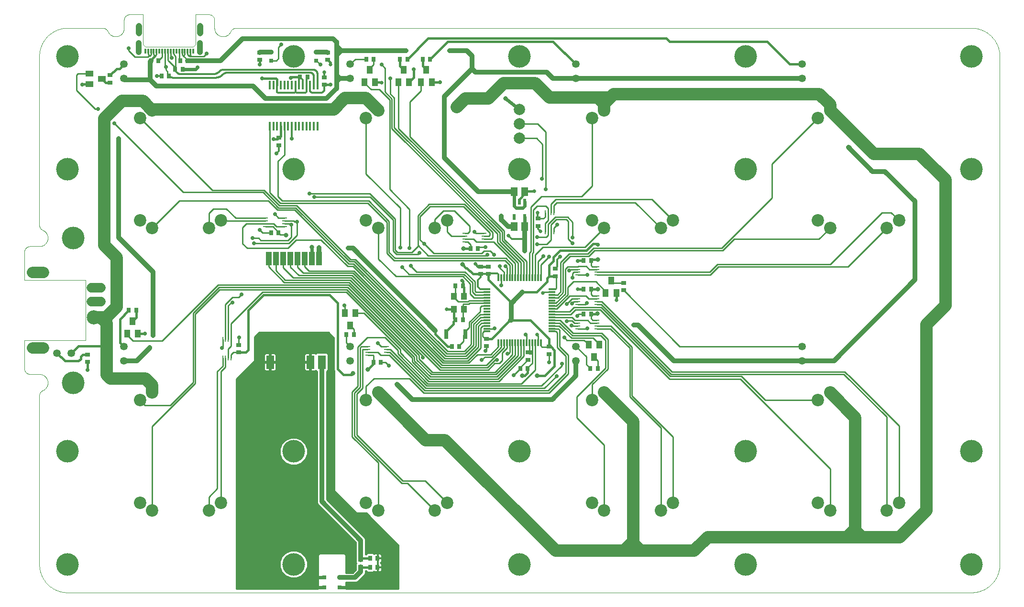
<source format=gtl>
G75*
%MOIN*%
%OFA0B0*%
%FSLAX25Y25*%
%IPPOS*%
%LPD*%
%AMOC8*
5,1,8,0,0,1.08239X$1,22.5*
%
%ADD10C,0.00004*%
%ADD11C,0.04331*%
%ADD12C,0.03937*%
%ADD13C,0.00000*%
%ADD14R,0.01181X0.03543*%
%ADD15C,0.08661*%
%ADD16R,0.02756X0.03543*%
%ADD17R,0.01575X0.05906*%
%ADD18R,0.03543X0.02756*%
%ADD19R,0.03937X0.09449*%
%ADD20R,0.05354X0.09449*%
%ADD21R,0.02600X0.02800*%
%ADD22R,0.02362X0.04134*%
%ADD23R,0.05118X0.05906*%
%ADD24R,0.05512X0.03937*%
%ADD25C,0.07874*%
%ADD26R,0.03800X0.01000*%
%ADD27R,0.04700X0.01200*%
%ADD28R,0.01200X0.04700*%
%ADD29R,0.03937X0.05512*%
%ADD30R,0.01000X0.03800*%
%ADD31R,0.04331X0.05118*%
%ADD32R,0.03150X0.06693*%
%ADD33C,0.07874*%
%ADD34C,0.06693*%
%ADD35C,0.09843*%
%ADD36C,0.05315*%
%ADD37R,0.03150X0.03150*%
%ADD38C,0.01200*%
%ADD39C,0.02578*%
%ADD40C,0.01000*%
%ADD41C,0.02775*%
%ADD42C,0.01600*%
%ADD43C,0.02400*%
%ADD44C,0.02000*%
%ADD45C,0.03169*%
%ADD46C,0.03200*%
%ADD47C,0.15748*%
%ADD48C,0.08661*%
%ADD49C,0.05906*%
D10*
X0049138Y0031815D02*
X0049138Y0149467D01*
X0049140Y0149590D01*
X0049146Y0149714D01*
X0049155Y0149837D01*
X0049169Y0149959D01*
X0049186Y0150081D01*
X0049207Y0150203D01*
X0049232Y0150324D01*
X0049261Y0150444D01*
X0049293Y0150563D01*
X0049330Y0150680D01*
X0049370Y0150797D01*
X0049413Y0150913D01*
X0049460Y0151027D01*
X0049511Y0151139D01*
X0049565Y0151250D01*
X0049622Y0151359D01*
X0049683Y0151466D01*
X0049748Y0151572D01*
X0049815Y0151675D01*
X0049886Y0151776D01*
X0049960Y0151875D01*
X0050037Y0151971D01*
X0050117Y0152065D01*
X0050200Y0152156D01*
X0050285Y0152245D01*
X0050374Y0152331D01*
X0050465Y0152414D01*
X0050558Y0152495D01*
X0050654Y0152572D01*
X0050753Y0152646D01*
X0050854Y0152717D01*
X0050956Y0152785D01*
X0051061Y0152850D01*
X0051168Y0152912D01*
X0051277Y0152970D01*
X0051388Y0153024D01*
X0051500Y0153075D01*
X0051639Y0153138D01*
X0051776Y0153204D01*
X0051911Y0153274D01*
X0052045Y0153347D01*
X0052176Y0153423D01*
X0052305Y0153503D01*
X0052433Y0153586D01*
X0052558Y0153673D01*
X0052681Y0153763D01*
X0052801Y0153855D01*
X0052919Y0153951D01*
X0053035Y0154050D01*
X0053148Y0154152D01*
X0053258Y0154257D01*
X0053366Y0154364D01*
X0053471Y0154474D01*
X0053573Y0154587D01*
X0053672Y0154703D01*
X0053768Y0154821D01*
X0053860Y0154941D01*
X0053950Y0155064D01*
X0054037Y0155189D01*
X0054120Y0155316D01*
X0054200Y0155446D01*
X0054277Y0155577D01*
X0054350Y0155710D01*
X0054420Y0155846D01*
X0054486Y0155982D01*
X0054549Y0156121D01*
X0054608Y0156261D01*
X0054664Y0156403D01*
X0054715Y0156546D01*
X0054764Y0156690D01*
X0054808Y0156835D01*
X0054849Y0156982D01*
X0054886Y0157130D01*
X0054919Y0157278D01*
X0054948Y0157427D01*
X0054973Y0157577D01*
X0054995Y0157728D01*
X0055013Y0157879D01*
X0055026Y0158030D01*
X0055036Y0158182D01*
X0055042Y0158334D01*
X0055044Y0158486D01*
X0055042Y0158638D01*
X0055036Y0158790D01*
X0055027Y0158942D01*
X0055013Y0159094D01*
X0054995Y0159245D01*
X0054974Y0159395D01*
X0054949Y0159545D01*
X0054919Y0159695D01*
X0054886Y0159843D01*
X0054850Y0159991D01*
X0054809Y0160137D01*
X0054765Y0160283D01*
X0054717Y0160427D01*
X0054665Y0160570D01*
X0054609Y0160712D01*
X0054550Y0160852D01*
X0054488Y0160991D01*
X0054421Y0161127D01*
X0054352Y0161263D01*
X0054278Y0161396D01*
X0054202Y0161527D01*
X0054122Y0161657D01*
X0054039Y0161784D01*
X0053952Y0161909D01*
X0053862Y0162032D01*
X0053770Y0162153D01*
X0053674Y0162271D01*
X0053575Y0162386D01*
X0053473Y0162499D01*
X0053368Y0162609D01*
X0053261Y0162717D01*
X0053150Y0162822D01*
X0053037Y0162924D01*
X0052922Y0163023D01*
X0052804Y0163119D01*
X0052683Y0163211D01*
X0052561Y0163301D01*
X0052436Y0163388D01*
X0052308Y0163471D01*
X0052179Y0163551D01*
X0052048Y0163628D01*
X0051914Y0163701D01*
X0051779Y0163771D01*
X0051642Y0163837D01*
X0051504Y0163900D01*
X0051363Y0163959D01*
X0051222Y0164014D01*
X0051079Y0164066D01*
X0050934Y0164114D01*
X0050789Y0164159D01*
X0050642Y0164199D01*
X0050495Y0164236D01*
X0050346Y0164269D01*
X0050197Y0164298D01*
X0050047Y0164324D01*
X0049897Y0164345D01*
X0049745Y0164363D01*
X0049594Y0164376D01*
X0049442Y0164386D01*
X0049290Y0164392D01*
X0049138Y0164394D01*
X0042642Y0164394D01*
X0042518Y0164396D01*
X0042395Y0164402D01*
X0042271Y0164411D01*
X0042149Y0164425D01*
X0042026Y0164442D01*
X0041904Y0164464D01*
X0041783Y0164489D01*
X0041663Y0164518D01*
X0041544Y0164550D01*
X0041425Y0164587D01*
X0041308Y0164627D01*
X0041193Y0164670D01*
X0041078Y0164718D01*
X0040966Y0164769D01*
X0040855Y0164823D01*
X0040745Y0164881D01*
X0040638Y0164942D01*
X0040532Y0165007D01*
X0040429Y0165075D01*
X0040328Y0165146D01*
X0040229Y0165220D01*
X0040132Y0165297D01*
X0040038Y0165378D01*
X0039947Y0165461D01*
X0039858Y0165547D01*
X0039772Y0165636D01*
X0039689Y0165727D01*
X0039608Y0165821D01*
X0039531Y0165918D01*
X0039457Y0166017D01*
X0039386Y0166118D01*
X0039318Y0166221D01*
X0039253Y0166327D01*
X0039192Y0166434D01*
X0039134Y0166544D01*
X0039080Y0166655D01*
X0039029Y0166767D01*
X0038981Y0166882D01*
X0038938Y0166997D01*
X0038898Y0167114D01*
X0038861Y0167233D01*
X0038829Y0167352D01*
X0038800Y0167472D01*
X0038775Y0167593D01*
X0038753Y0167715D01*
X0038736Y0167838D01*
X0038722Y0167960D01*
X0038713Y0168084D01*
X0038707Y0168207D01*
X0038705Y0168331D01*
X0038705Y0188016D01*
X0038705Y0229945D02*
X0038705Y0249630D01*
X0038707Y0249754D01*
X0038713Y0249877D01*
X0038722Y0250001D01*
X0038736Y0250123D01*
X0038753Y0250246D01*
X0038775Y0250368D01*
X0038800Y0250489D01*
X0038829Y0250609D01*
X0038861Y0250728D01*
X0038898Y0250847D01*
X0038938Y0250964D01*
X0038981Y0251079D01*
X0039029Y0251194D01*
X0039080Y0251306D01*
X0039134Y0251417D01*
X0039192Y0251527D01*
X0039253Y0251634D01*
X0039318Y0251740D01*
X0039386Y0251843D01*
X0039457Y0251944D01*
X0039531Y0252043D01*
X0039608Y0252140D01*
X0039689Y0252234D01*
X0039772Y0252325D01*
X0039858Y0252414D01*
X0039947Y0252500D01*
X0040038Y0252583D01*
X0040132Y0252664D01*
X0040229Y0252741D01*
X0040328Y0252815D01*
X0040429Y0252886D01*
X0040532Y0252954D01*
X0040638Y0253019D01*
X0040745Y0253080D01*
X0040855Y0253138D01*
X0040966Y0253192D01*
X0041078Y0253243D01*
X0041193Y0253291D01*
X0041308Y0253334D01*
X0041425Y0253374D01*
X0041544Y0253411D01*
X0041663Y0253443D01*
X0041783Y0253472D01*
X0041904Y0253497D01*
X0042026Y0253519D01*
X0042149Y0253536D01*
X0042271Y0253550D01*
X0042395Y0253559D01*
X0042518Y0253565D01*
X0042642Y0253567D01*
X0049138Y0253567D01*
X0049138Y0253566D02*
X0049290Y0253568D01*
X0049442Y0253574D01*
X0049594Y0253584D01*
X0049745Y0253597D01*
X0049897Y0253615D01*
X0050047Y0253636D01*
X0050197Y0253662D01*
X0050346Y0253691D01*
X0050495Y0253724D01*
X0050642Y0253761D01*
X0050789Y0253801D01*
X0050934Y0253846D01*
X0051079Y0253894D01*
X0051222Y0253946D01*
X0051363Y0254001D01*
X0051504Y0254060D01*
X0051642Y0254123D01*
X0051779Y0254189D01*
X0051914Y0254259D01*
X0052048Y0254332D01*
X0052179Y0254409D01*
X0052308Y0254489D01*
X0052436Y0254572D01*
X0052561Y0254659D01*
X0052683Y0254749D01*
X0052804Y0254841D01*
X0052922Y0254937D01*
X0053037Y0255036D01*
X0053150Y0255138D01*
X0053261Y0255243D01*
X0053368Y0255351D01*
X0053473Y0255461D01*
X0053575Y0255574D01*
X0053674Y0255689D01*
X0053770Y0255807D01*
X0053862Y0255928D01*
X0053952Y0256051D01*
X0054039Y0256176D01*
X0054122Y0256303D01*
X0054202Y0256433D01*
X0054278Y0256564D01*
X0054352Y0256697D01*
X0054421Y0256833D01*
X0054488Y0256969D01*
X0054550Y0257108D01*
X0054609Y0257248D01*
X0054665Y0257390D01*
X0054717Y0257533D01*
X0054765Y0257677D01*
X0054809Y0257823D01*
X0054850Y0257969D01*
X0054886Y0258117D01*
X0054919Y0258265D01*
X0054949Y0258415D01*
X0054974Y0258565D01*
X0054995Y0258715D01*
X0055013Y0258866D01*
X0055027Y0259018D01*
X0055036Y0259170D01*
X0055042Y0259322D01*
X0055044Y0259474D01*
X0055042Y0259626D01*
X0055036Y0259778D01*
X0055026Y0259930D01*
X0055013Y0260081D01*
X0054995Y0260232D01*
X0054973Y0260383D01*
X0054948Y0260533D01*
X0054919Y0260682D01*
X0054886Y0260830D01*
X0054849Y0260978D01*
X0054808Y0261125D01*
X0054764Y0261270D01*
X0054715Y0261414D01*
X0054664Y0261557D01*
X0054608Y0261699D01*
X0054549Y0261839D01*
X0054486Y0261978D01*
X0054420Y0262114D01*
X0054350Y0262250D01*
X0054277Y0262383D01*
X0054200Y0262514D01*
X0054120Y0262644D01*
X0054037Y0262771D01*
X0053950Y0262896D01*
X0053860Y0263019D01*
X0053768Y0263139D01*
X0053672Y0263257D01*
X0053573Y0263373D01*
X0053471Y0263486D01*
X0053366Y0263596D01*
X0053258Y0263703D01*
X0053148Y0263808D01*
X0053035Y0263910D01*
X0052919Y0264009D01*
X0052801Y0264105D01*
X0052681Y0264197D01*
X0052558Y0264287D01*
X0052433Y0264374D01*
X0052305Y0264457D01*
X0052176Y0264537D01*
X0052045Y0264613D01*
X0051911Y0264686D01*
X0051776Y0264756D01*
X0051639Y0264822D01*
X0051500Y0264885D01*
X0051388Y0264936D01*
X0051277Y0264990D01*
X0051168Y0265048D01*
X0051061Y0265110D01*
X0050956Y0265175D01*
X0050854Y0265243D01*
X0050753Y0265314D01*
X0050654Y0265388D01*
X0050558Y0265465D01*
X0050465Y0265546D01*
X0050374Y0265629D01*
X0050285Y0265715D01*
X0050200Y0265804D01*
X0050117Y0265895D01*
X0050037Y0265989D01*
X0049960Y0266085D01*
X0049886Y0266184D01*
X0049815Y0266285D01*
X0049748Y0266388D01*
X0049683Y0266494D01*
X0049622Y0266601D01*
X0049565Y0266710D01*
X0049511Y0266821D01*
X0049460Y0266933D01*
X0049413Y0267047D01*
X0049370Y0267163D01*
X0049330Y0267280D01*
X0049293Y0267397D01*
X0049261Y0267516D01*
X0049232Y0267636D01*
X0049207Y0267757D01*
X0049186Y0267879D01*
X0049169Y0268001D01*
X0049155Y0268123D01*
X0049146Y0268246D01*
X0049140Y0268370D01*
X0049138Y0268493D01*
X0049138Y0386146D01*
X0049144Y0386622D01*
X0049161Y0387097D01*
X0049190Y0387572D01*
X0049230Y0388046D01*
X0049282Y0388519D01*
X0049345Y0388990D01*
X0049419Y0389460D01*
X0049505Y0389928D01*
X0049602Y0390394D01*
X0049710Y0390857D01*
X0049829Y0391317D01*
X0049960Y0391775D01*
X0050101Y0392229D01*
X0050254Y0392680D01*
X0050417Y0393126D01*
X0050591Y0393569D01*
X0050776Y0394007D01*
X0050971Y0394441D01*
X0051177Y0394870D01*
X0051393Y0395294D01*
X0051619Y0395713D01*
X0051855Y0396126D01*
X0052101Y0396533D01*
X0052357Y0396934D01*
X0052623Y0397328D01*
X0052898Y0397717D01*
X0053182Y0398098D01*
X0053475Y0398472D01*
X0053777Y0398840D01*
X0054089Y0399200D01*
X0054408Y0399552D01*
X0054736Y0399896D01*
X0055073Y0400233D01*
X0055417Y0400561D01*
X0055769Y0400880D01*
X0056129Y0401192D01*
X0056497Y0401494D01*
X0056871Y0401787D01*
X0057252Y0402071D01*
X0057641Y0402346D01*
X0058035Y0402612D01*
X0058436Y0402868D01*
X0058843Y0403114D01*
X0059256Y0403350D01*
X0059675Y0403576D01*
X0060099Y0403792D01*
X0060528Y0403998D01*
X0060962Y0404193D01*
X0061400Y0404378D01*
X0061843Y0404552D01*
X0062289Y0404715D01*
X0062740Y0404868D01*
X0063194Y0405009D01*
X0063652Y0405140D01*
X0064112Y0405259D01*
X0064575Y0405367D01*
X0065041Y0405464D01*
X0065509Y0405550D01*
X0065979Y0405624D01*
X0066450Y0405687D01*
X0066923Y0405739D01*
X0067397Y0405779D01*
X0067872Y0405808D01*
X0068347Y0405825D01*
X0068823Y0405831D01*
X0093267Y0405831D01*
X0093390Y0405829D01*
X0093514Y0405823D01*
X0093637Y0405814D01*
X0093759Y0405800D01*
X0093881Y0405783D01*
X0094003Y0405762D01*
X0094124Y0405737D01*
X0094244Y0405708D01*
X0094363Y0405676D01*
X0094480Y0405639D01*
X0094597Y0405599D01*
X0094713Y0405556D01*
X0094827Y0405509D01*
X0094939Y0405458D01*
X0095050Y0405404D01*
X0095159Y0405347D01*
X0095266Y0405286D01*
X0095372Y0405221D01*
X0095475Y0405154D01*
X0095576Y0405083D01*
X0095675Y0405009D01*
X0095771Y0404932D01*
X0095865Y0404852D01*
X0095956Y0404769D01*
X0096045Y0404684D01*
X0096131Y0404595D01*
X0096214Y0404504D01*
X0096295Y0404411D01*
X0096372Y0404315D01*
X0096446Y0404216D01*
X0096517Y0404115D01*
X0096585Y0404013D01*
X0096650Y0403908D01*
X0096712Y0403801D01*
X0096770Y0403692D01*
X0096824Y0403581D01*
X0096875Y0403469D01*
X0096874Y0403469D02*
X0096937Y0403330D01*
X0097003Y0403193D01*
X0097073Y0403058D01*
X0097146Y0402924D01*
X0097222Y0402793D01*
X0097302Y0402664D01*
X0097385Y0402536D01*
X0097472Y0402411D01*
X0097562Y0402288D01*
X0097654Y0402168D01*
X0097750Y0402050D01*
X0097849Y0401934D01*
X0097951Y0401821D01*
X0098056Y0401711D01*
X0098163Y0401603D01*
X0098273Y0401498D01*
X0098386Y0401396D01*
X0098502Y0401297D01*
X0098620Y0401201D01*
X0098740Y0401109D01*
X0098863Y0401019D01*
X0098988Y0400932D01*
X0099115Y0400849D01*
X0099245Y0400769D01*
X0099376Y0400692D01*
X0099509Y0400619D01*
X0099645Y0400549D01*
X0099781Y0400483D01*
X0099920Y0400420D01*
X0100060Y0400361D01*
X0100202Y0400305D01*
X0100345Y0400254D01*
X0100489Y0400205D01*
X0100634Y0400161D01*
X0100781Y0400120D01*
X0100929Y0400083D01*
X0101077Y0400050D01*
X0101226Y0400021D01*
X0101376Y0399996D01*
X0101527Y0399974D01*
X0101678Y0399956D01*
X0101829Y0399943D01*
X0101981Y0399933D01*
X0102133Y0399927D01*
X0102285Y0399925D01*
X0102437Y0399927D01*
X0102589Y0399933D01*
X0102741Y0399942D01*
X0102893Y0399956D01*
X0103044Y0399974D01*
X0103194Y0399995D01*
X0103344Y0400020D01*
X0103494Y0400050D01*
X0103642Y0400083D01*
X0103790Y0400119D01*
X0103936Y0400160D01*
X0104082Y0400204D01*
X0104226Y0400252D01*
X0104369Y0400304D01*
X0104511Y0400360D01*
X0104651Y0400419D01*
X0104790Y0400481D01*
X0104926Y0400548D01*
X0105062Y0400617D01*
X0105195Y0400691D01*
X0105326Y0400767D01*
X0105456Y0400847D01*
X0105583Y0400930D01*
X0105708Y0401017D01*
X0105831Y0401107D01*
X0105952Y0401199D01*
X0106070Y0401295D01*
X0106185Y0401394D01*
X0106298Y0401496D01*
X0106408Y0401601D01*
X0106516Y0401708D01*
X0106621Y0401819D01*
X0106723Y0401932D01*
X0106822Y0402047D01*
X0106918Y0402165D01*
X0107010Y0402286D01*
X0107100Y0402408D01*
X0107187Y0402533D01*
X0107270Y0402661D01*
X0107350Y0402790D01*
X0107427Y0402921D01*
X0107500Y0403055D01*
X0107570Y0403190D01*
X0107636Y0403327D01*
X0107699Y0403465D01*
X0107758Y0403606D01*
X0107813Y0403747D01*
X0107865Y0403890D01*
X0107913Y0404035D01*
X0107958Y0404180D01*
X0107998Y0404327D01*
X0108035Y0404474D01*
X0108068Y0404623D01*
X0108097Y0404772D01*
X0108123Y0404922D01*
X0108144Y0405072D01*
X0108162Y0405224D01*
X0108175Y0405375D01*
X0108185Y0405527D01*
X0108191Y0405679D01*
X0108193Y0405831D01*
X0108193Y0411343D01*
X0108195Y0411467D01*
X0108201Y0411590D01*
X0108210Y0411714D01*
X0108224Y0411836D01*
X0108241Y0411959D01*
X0108263Y0412081D01*
X0108288Y0412202D01*
X0108317Y0412322D01*
X0108349Y0412441D01*
X0108386Y0412560D01*
X0108426Y0412677D01*
X0108469Y0412792D01*
X0108517Y0412907D01*
X0108568Y0413019D01*
X0108622Y0413130D01*
X0108680Y0413240D01*
X0108741Y0413347D01*
X0108806Y0413453D01*
X0108874Y0413556D01*
X0108945Y0413657D01*
X0109019Y0413756D01*
X0109096Y0413853D01*
X0109177Y0413947D01*
X0109260Y0414038D01*
X0109346Y0414127D01*
X0109435Y0414213D01*
X0109526Y0414296D01*
X0109620Y0414377D01*
X0109717Y0414454D01*
X0109816Y0414528D01*
X0109917Y0414599D01*
X0110020Y0414667D01*
X0110126Y0414732D01*
X0110233Y0414793D01*
X0110343Y0414851D01*
X0110454Y0414905D01*
X0110566Y0414956D01*
X0110681Y0415004D01*
X0110796Y0415047D01*
X0110913Y0415087D01*
X0111032Y0415124D01*
X0111151Y0415156D01*
X0111271Y0415185D01*
X0111392Y0415210D01*
X0111514Y0415232D01*
X0111637Y0415249D01*
X0111759Y0415263D01*
X0111883Y0415272D01*
X0112006Y0415278D01*
X0112130Y0415280D01*
X0121283Y0415280D01*
X0158094Y0415280D02*
X0167248Y0415280D01*
X0167372Y0415278D01*
X0167495Y0415272D01*
X0167619Y0415263D01*
X0167741Y0415249D01*
X0167864Y0415232D01*
X0167986Y0415210D01*
X0168107Y0415185D01*
X0168227Y0415156D01*
X0168346Y0415124D01*
X0168465Y0415087D01*
X0168582Y0415047D01*
X0168697Y0415004D01*
X0168812Y0414956D01*
X0168924Y0414905D01*
X0169035Y0414851D01*
X0169145Y0414793D01*
X0169252Y0414732D01*
X0169358Y0414667D01*
X0169461Y0414599D01*
X0169562Y0414528D01*
X0169661Y0414454D01*
X0169758Y0414377D01*
X0169852Y0414296D01*
X0169943Y0414213D01*
X0170032Y0414127D01*
X0170118Y0414038D01*
X0170201Y0413947D01*
X0170282Y0413853D01*
X0170359Y0413756D01*
X0170433Y0413657D01*
X0170504Y0413556D01*
X0170572Y0413453D01*
X0170637Y0413347D01*
X0170698Y0413240D01*
X0170756Y0413130D01*
X0170810Y0413019D01*
X0170861Y0412907D01*
X0170909Y0412792D01*
X0170952Y0412677D01*
X0170992Y0412560D01*
X0171029Y0412441D01*
X0171061Y0412322D01*
X0171090Y0412202D01*
X0171115Y0412081D01*
X0171137Y0411959D01*
X0171154Y0411836D01*
X0171168Y0411714D01*
X0171177Y0411590D01*
X0171183Y0411467D01*
X0171185Y0411343D01*
X0171185Y0405831D01*
X0171187Y0405679D01*
X0171193Y0405527D01*
X0171203Y0405375D01*
X0171216Y0405224D01*
X0171234Y0405072D01*
X0171255Y0404922D01*
X0171281Y0404772D01*
X0171310Y0404623D01*
X0171343Y0404474D01*
X0171380Y0404327D01*
X0171420Y0404180D01*
X0171465Y0404035D01*
X0171513Y0403890D01*
X0171565Y0403747D01*
X0171620Y0403606D01*
X0171679Y0403465D01*
X0171742Y0403327D01*
X0171808Y0403190D01*
X0171878Y0403055D01*
X0171951Y0402921D01*
X0172028Y0402790D01*
X0172108Y0402661D01*
X0172191Y0402533D01*
X0172278Y0402408D01*
X0172368Y0402286D01*
X0172460Y0402165D01*
X0172556Y0402047D01*
X0172655Y0401932D01*
X0172757Y0401819D01*
X0172862Y0401708D01*
X0172970Y0401601D01*
X0173080Y0401496D01*
X0173193Y0401394D01*
X0173308Y0401295D01*
X0173426Y0401199D01*
X0173547Y0401107D01*
X0173670Y0401017D01*
X0173795Y0400930D01*
X0173922Y0400847D01*
X0174052Y0400767D01*
X0174183Y0400691D01*
X0174316Y0400617D01*
X0174452Y0400548D01*
X0174588Y0400481D01*
X0174727Y0400419D01*
X0174867Y0400360D01*
X0175009Y0400304D01*
X0175152Y0400252D01*
X0175296Y0400204D01*
X0175442Y0400160D01*
X0175588Y0400119D01*
X0175736Y0400083D01*
X0175884Y0400050D01*
X0176034Y0400020D01*
X0176184Y0399995D01*
X0176334Y0399974D01*
X0176485Y0399956D01*
X0176637Y0399942D01*
X0176789Y0399933D01*
X0176941Y0399927D01*
X0177093Y0399925D01*
X0177245Y0399927D01*
X0177397Y0399933D01*
X0177549Y0399943D01*
X0177700Y0399956D01*
X0177851Y0399974D01*
X0178002Y0399996D01*
X0178152Y0400021D01*
X0178301Y0400050D01*
X0178449Y0400083D01*
X0178597Y0400120D01*
X0178744Y0400161D01*
X0178889Y0400205D01*
X0179033Y0400254D01*
X0179176Y0400305D01*
X0179318Y0400361D01*
X0179458Y0400420D01*
X0179597Y0400483D01*
X0179733Y0400549D01*
X0179869Y0400619D01*
X0180002Y0400692D01*
X0180133Y0400769D01*
X0180263Y0400849D01*
X0180390Y0400932D01*
X0180515Y0401019D01*
X0180638Y0401109D01*
X0180758Y0401201D01*
X0180876Y0401297D01*
X0180992Y0401396D01*
X0181105Y0401498D01*
X0181215Y0401603D01*
X0181322Y0401711D01*
X0181427Y0401821D01*
X0181529Y0401934D01*
X0181628Y0402050D01*
X0181724Y0402168D01*
X0181816Y0402288D01*
X0181906Y0402411D01*
X0181993Y0402536D01*
X0182076Y0402664D01*
X0182156Y0402793D01*
X0182232Y0402924D01*
X0182305Y0403058D01*
X0182375Y0403193D01*
X0182441Y0403330D01*
X0182504Y0403469D01*
X0182503Y0403469D02*
X0182554Y0403581D01*
X0182608Y0403692D01*
X0182666Y0403801D01*
X0182728Y0403908D01*
X0182793Y0404013D01*
X0182861Y0404115D01*
X0182932Y0404216D01*
X0183006Y0404315D01*
X0183083Y0404411D01*
X0183164Y0404504D01*
X0183247Y0404595D01*
X0183333Y0404684D01*
X0183422Y0404769D01*
X0183513Y0404852D01*
X0183607Y0404932D01*
X0183703Y0405009D01*
X0183802Y0405083D01*
X0183903Y0405154D01*
X0184006Y0405221D01*
X0184112Y0405286D01*
X0184219Y0405347D01*
X0184328Y0405404D01*
X0184439Y0405458D01*
X0184551Y0405509D01*
X0184665Y0405556D01*
X0184781Y0405599D01*
X0184898Y0405639D01*
X0185015Y0405676D01*
X0185134Y0405708D01*
X0185254Y0405737D01*
X0185375Y0405762D01*
X0185497Y0405783D01*
X0185619Y0405800D01*
X0185741Y0405814D01*
X0185864Y0405823D01*
X0185988Y0405829D01*
X0186111Y0405831D01*
X0698744Y0405831D01*
X0699220Y0405825D01*
X0699695Y0405808D01*
X0700170Y0405779D01*
X0700644Y0405739D01*
X0701117Y0405687D01*
X0701588Y0405624D01*
X0702058Y0405550D01*
X0702526Y0405464D01*
X0702992Y0405367D01*
X0703455Y0405259D01*
X0703915Y0405140D01*
X0704373Y0405009D01*
X0704827Y0404868D01*
X0705278Y0404715D01*
X0705724Y0404552D01*
X0706167Y0404378D01*
X0706605Y0404193D01*
X0707039Y0403998D01*
X0707468Y0403792D01*
X0707892Y0403576D01*
X0708311Y0403350D01*
X0708724Y0403114D01*
X0709131Y0402868D01*
X0709532Y0402612D01*
X0709926Y0402346D01*
X0710315Y0402071D01*
X0710696Y0401787D01*
X0711070Y0401494D01*
X0711438Y0401192D01*
X0711798Y0400880D01*
X0712150Y0400561D01*
X0712494Y0400233D01*
X0712831Y0399896D01*
X0713159Y0399552D01*
X0713478Y0399200D01*
X0713790Y0398840D01*
X0714092Y0398472D01*
X0714385Y0398098D01*
X0714669Y0397717D01*
X0714944Y0397328D01*
X0715210Y0396934D01*
X0715466Y0396533D01*
X0715712Y0396126D01*
X0715948Y0395713D01*
X0716174Y0395294D01*
X0716390Y0394870D01*
X0716596Y0394441D01*
X0716791Y0394007D01*
X0716976Y0393569D01*
X0717150Y0393126D01*
X0717313Y0392680D01*
X0717466Y0392229D01*
X0717607Y0391775D01*
X0717738Y0391317D01*
X0717857Y0390857D01*
X0717965Y0390394D01*
X0718062Y0389928D01*
X0718148Y0389460D01*
X0718222Y0388990D01*
X0718285Y0388519D01*
X0718337Y0388046D01*
X0718377Y0387572D01*
X0718406Y0387097D01*
X0718423Y0386622D01*
X0718429Y0386146D01*
X0718429Y0031815D01*
X0718423Y0031339D01*
X0718406Y0030864D01*
X0718377Y0030389D01*
X0718337Y0029915D01*
X0718285Y0029442D01*
X0718222Y0028971D01*
X0718148Y0028501D01*
X0718062Y0028033D01*
X0717965Y0027567D01*
X0717857Y0027104D01*
X0717738Y0026644D01*
X0717607Y0026186D01*
X0717466Y0025732D01*
X0717313Y0025281D01*
X0717150Y0024835D01*
X0716976Y0024392D01*
X0716791Y0023954D01*
X0716596Y0023520D01*
X0716390Y0023091D01*
X0716174Y0022667D01*
X0715948Y0022248D01*
X0715712Y0021835D01*
X0715466Y0021428D01*
X0715210Y0021027D01*
X0714944Y0020633D01*
X0714669Y0020244D01*
X0714385Y0019863D01*
X0714092Y0019489D01*
X0713790Y0019121D01*
X0713478Y0018761D01*
X0713159Y0018409D01*
X0712831Y0018065D01*
X0712494Y0017728D01*
X0712150Y0017400D01*
X0711798Y0017081D01*
X0711438Y0016769D01*
X0711070Y0016467D01*
X0710696Y0016174D01*
X0710315Y0015890D01*
X0709926Y0015615D01*
X0709532Y0015349D01*
X0709131Y0015093D01*
X0708724Y0014847D01*
X0708311Y0014611D01*
X0707892Y0014385D01*
X0707468Y0014169D01*
X0707039Y0013963D01*
X0706605Y0013768D01*
X0706167Y0013583D01*
X0705724Y0013409D01*
X0705278Y0013246D01*
X0704827Y0013093D01*
X0704373Y0012952D01*
X0703915Y0012821D01*
X0703455Y0012702D01*
X0702992Y0012594D01*
X0702526Y0012497D01*
X0702058Y0012411D01*
X0701588Y0012337D01*
X0701117Y0012274D01*
X0700644Y0012222D01*
X0700170Y0012182D01*
X0699695Y0012153D01*
X0699220Y0012136D01*
X0698744Y0012130D01*
X0068823Y0012130D01*
X0068347Y0012136D01*
X0067872Y0012153D01*
X0067397Y0012182D01*
X0066923Y0012222D01*
X0066450Y0012274D01*
X0065979Y0012337D01*
X0065509Y0012411D01*
X0065041Y0012497D01*
X0064575Y0012594D01*
X0064112Y0012702D01*
X0063652Y0012821D01*
X0063194Y0012952D01*
X0062740Y0013093D01*
X0062289Y0013246D01*
X0061843Y0013409D01*
X0061400Y0013583D01*
X0060962Y0013768D01*
X0060528Y0013963D01*
X0060099Y0014169D01*
X0059675Y0014385D01*
X0059256Y0014611D01*
X0058843Y0014847D01*
X0058436Y0015093D01*
X0058035Y0015349D01*
X0057641Y0015615D01*
X0057252Y0015890D01*
X0056871Y0016174D01*
X0056497Y0016467D01*
X0056129Y0016769D01*
X0055769Y0017081D01*
X0055417Y0017400D01*
X0055073Y0017728D01*
X0054736Y0018065D01*
X0054408Y0018409D01*
X0054089Y0018761D01*
X0053777Y0019121D01*
X0053475Y0019489D01*
X0053182Y0019863D01*
X0052898Y0020244D01*
X0052623Y0020633D01*
X0052357Y0021027D01*
X0052101Y0021428D01*
X0051855Y0021835D01*
X0051619Y0022248D01*
X0051393Y0022667D01*
X0051177Y0023091D01*
X0050971Y0023520D01*
X0050776Y0023954D01*
X0050591Y0024392D01*
X0050417Y0024835D01*
X0050254Y0025281D01*
X0050101Y0025732D01*
X0049960Y0026186D01*
X0049829Y0026644D01*
X0049710Y0027104D01*
X0049602Y0027567D01*
X0049505Y0028033D01*
X0049419Y0028501D01*
X0049345Y0028971D01*
X0049282Y0029442D01*
X0049230Y0029915D01*
X0049190Y0030389D01*
X0049161Y0030864D01*
X0049144Y0031339D01*
X0049138Y0031815D01*
D11*
X0118429Y0402406D02*
X0118429Y0406736D01*
X0118429Y0407524D02*
X0118429Y0403193D01*
X0160949Y0403193D02*
X0160949Y0407524D01*
X0160949Y0406736D02*
X0160949Y0402406D01*
D12*
X0160949Y0395299D02*
X0160949Y0391362D01*
X0160949Y0393134D02*
X0160949Y0389197D01*
X0118429Y0389197D02*
X0118429Y0393134D01*
X0118429Y0391362D02*
X0118429Y0395299D01*
D13*
X0121283Y0394433D02*
X0122957Y0392760D01*
X0156421Y0392760D01*
X0158094Y0394433D01*
X0158094Y0415280D01*
X0159374Y0415280D01*
X0121283Y0415280D02*
X0121283Y0394433D01*
X0121283Y0415280D02*
X0120004Y0415280D01*
X0038705Y0241756D02*
X0038705Y0229945D01*
X0081224Y0229945D01*
X0081224Y0188016D01*
X0038705Y0188016D01*
X0038705Y0176205D01*
D14*
X0122957Y0389807D03*
X0124925Y0389807D03*
X0126894Y0389807D03*
X0128862Y0389807D03*
X0130831Y0389807D03*
X0132799Y0389807D03*
X0134768Y0389807D03*
X0136736Y0389807D03*
X0138705Y0389807D03*
X0140673Y0389807D03*
X0142642Y0389807D03*
X0144610Y0389807D03*
X0146579Y0389807D03*
X0148547Y0389807D03*
X0150516Y0389807D03*
X0152484Y0389807D03*
X0154453Y0389807D03*
X0156421Y0389807D03*
D15*
X0127811Y0348451D03*
X0119330Y0343152D03*
X0119330Y0271659D03*
X0127811Y0266360D03*
X0167315Y0266360D03*
X0175796Y0271659D03*
X0276811Y0271659D03*
X0285291Y0266360D03*
X0324795Y0266360D03*
X0333276Y0271659D03*
X0434291Y0271659D03*
X0442771Y0266360D03*
X0482276Y0266360D03*
X0490756Y0271659D03*
X0591771Y0271659D03*
X0600252Y0266360D03*
X0639756Y0266360D03*
X0648237Y0271659D03*
X0591771Y0343152D03*
X0600252Y0348451D03*
X0442771Y0348451D03*
X0434291Y0343152D03*
X0285291Y0348451D03*
X0276811Y0343152D03*
X0285291Y0151601D03*
X0276811Y0146301D03*
X0276811Y0074809D03*
X0285291Y0069510D03*
X0324795Y0069510D03*
X0333276Y0074809D03*
X0434291Y0074809D03*
X0442771Y0069510D03*
X0482276Y0069510D03*
X0490756Y0074809D03*
X0591771Y0074809D03*
X0600252Y0069510D03*
X0639756Y0069510D03*
X0648237Y0074809D03*
X0591771Y0146301D03*
X0600252Y0151601D03*
X0442771Y0151601D03*
X0434291Y0146301D03*
X0175796Y0074809D03*
X0167315Y0069510D03*
X0127811Y0069510D03*
X0119330Y0074809D03*
X0119330Y0146301D03*
X0127811Y0151601D03*
D16*
X0116657Y0208980D03*
X0111539Y0208980D03*
X0210752Y0262917D03*
X0215870Y0262917D03*
X0263114Y0192051D03*
X0268232Y0192051D03*
X0282012Y0172760D03*
X0287130Y0172760D03*
X0336736Y0183783D03*
X0341854Y0183783D03*
X0344217Y0202287D03*
X0339098Y0202287D03*
X0339098Y0225909D03*
X0344217Y0225909D03*
X0349728Y0251894D03*
X0354846Y0251894D03*
X0428469Y0243626D03*
X0433587Y0243626D03*
X0433587Y0223547D03*
X0428469Y0223547D03*
X0428469Y0206224D03*
X0433587Y0206224D03*
X0433193Y0168429D03*
X0438311Y0168429D03*
X0389492Y0168429D03*
X0384374Y0168429D03*
X0284768Y0036146D03*
X0279650Y0036146D03*
X0279650Y0029846D03*
X0284768Y0029846D03*
X0235949Y0371579D03*
X0230831Y0371579D03*
X0276894Y0384177D03*
X0282012Y0384177D03*
X0300516Y0384177D03*
X0305634Y0384177D03*
X0316264Y0384177D03*
X0321382Y0384177D03*
X0152484Y0382996D03*
X0147366Y0382996D03*
X0148941Y0377091D03*
X0143823Y0377091D03*
X0139492Y0372366D03*
X0134374Y0372366D03*
X0132012Y0382996D03*
X0126894Y0382996D03*
D17*
X0209669Y0365969D03*
X0212228Y0365969D03*
X0214787Y0365969D03*
X0217346Y0365969D03*
X0219906Y0365969D03*
X0222465Y0365969D03*
X0225024Y0365969D03*
X0227583Y0365969D03*
X0230142Y0365969D03*
X0232701Y0365969D03*
X0235260Y0365969D03*
X0237819Y0365969D03*
X0240378Y0365969D03*
X0242937Y0365969D03*
X0242937Y0337425D03*
X0240378Y0337425D03*
X0237819Y0337425D03*
X0235260Y0337425D03*
X0232701Y0337425D03*
X0230142Y0337425D03*
X0227583Y0337425D03*
X0225024Y0337425D03*
X0222465Y0337425D03*
X0219906Y0337425D03*
X0217346Y0337425D03*
X0214787Y0337425D03*
X0212228Y0337425D03*
X0209669Y0337425D03*
D18*
X0216067Y0329256D03*
X0216067Y0324138D03*
X0247563Y0366264D03*
X0247563Y0371382D03*
X0249925Y0383587D03*
X0249925Y0388705D03*
X0202681Y0388705D03*
X0202681Y0383587D03*
X0098350Y0372957D03*
X0098350Y0367839D03*
X0356618Y0239492D03*
X0356618Y0234374D03*
X0362130Y0234374D03*
X0362130Y0239492D03*
X0396776Y0267839D03*
X0396776Y0272957D03*
X0408587Y0237917D03*
X0408587Y0232799D03*
X0456224Y0228075D03*
X0456224Y0222957D03*
X0404256Y0183587D03*
X0404256Y0178469D03*
X0389689Y0179650D03*
X0389689Y0174531D03*
X0360555Y0183980D03*
X0360555Y0189098D03*
X0188114Y0184768D03*
X0188114Y0179650D03*
X0082602Y0178075D03*
X0082602Y0172957D03*
X0273154Y0035161D03*
X0273154Y0030043D03*
D19*
X0244059Y0245102D03*
X0239059Y0245102D03*
X0234059Y0245102D03*
X0229059Y0245102D03*
X0224059Y0245102D03*
X0219059Y0245102D03*
X0214059Y0245102D03*
X0209059Y0245102D03*
D20*
X0209886Y0172858D03*
X0238035Y0172858D03*
X0245909Y0172858D03*
D21*
X0247775Y0022567D03*
X0247775Y0015867D03*
X0258375Y0015867D03*
X0258375Y0022567D03*
D22*
X0380043Y0274138D03*
X0387524Y0274138D03*
X0387524Y0284768D03*
X0383783Y0284768D03*
X0380043Y0284768D03*
D23*
X0380043Y0291657D03*
X0387524Y0291657D03*
X0387524Y0267248D03*
X0380043Y0267248D03*
D24*
X0092839Y0370398D03*
X0084177Y0374138D03*
X0084177Y0366657D03*
D25*
X0383783Y0348902D03*
X0383783Y0338902D03*
X0383783Y0328902D03*
D26*
X0358887Y0262720D03*
X0358887Y0260752D03*
X0358887Y0258783D03*
X0358887Y0256815D03*
X0345687Y0256815D03*
X0345687Y0258783D03*
X0345687Y0260752D03*
X0345687Y0262720D03*
X0424428Y0239492D03*
X0424428Y0237524D03*
X0424428Y0235555D03*
X0424428Y0233587D03*
X0437628Y0233587D03*
X0437628Y0235555D03*
X0437628Y0237524D03*
X0437628Y0239492D03*
X0437628Y0219020D03*
X0437628Y0217051D03*
X0437628Y0215083D03*
X0437628Y0213114D03*
X0424428Y0213114D03*
X0424428Y0215083D03*
X0424428Y0217051D03*
X0424428Y0219020D03*
X0424428Y0202091D03*
X0424428Y0200122D03*
X0424428Y0198154D03*
X0424428Y0196185D03*
X0437628Y0196185D03*
X0437628Y0198154D03*
X0437628Y0200122D03*
X0437628Y0202091D03*
X0291171Y0183587D03*
X0291171Y0181618D03*
X0291171Y0179650D03*
X0291171Y0177681D03*
X0277971Y0177681D03*
X0277971Y0179650D03*
X0277971Y0181618D03*
X0277971Y0183587D03*
X0219911Y0267445D03*
X0219911Y0269413D03*
X0219911Y0271382D03*
X0219911Y0273350D03*
X0206711Y0273350D03*
X0206711Y0271382D03*
X0206711Y0269413D03*
X0206711Y0267445D03*
D27*
X0361146Y0223744D03*
X0361146Y0221776D03*
X0361146Y0219807D03*
X0361146Y0217839D03*
X0361146Y0215870D03*
X0361146Y0213902D03*
X0361146Y0211933D03*
X0361146Y0209965D03*
X0361146Y0207996D03*
X0361146Y0206028D03*
X0361146Y0204059D03*
X0361146Y0202091D03*
X0361146Y0200122D03*
X0361146Y0198154D03*
X0361146Y0196185D03*
X0361146Y0194217D03*
X0406421Y0194217D03*
X0406421Y0196185D03*
X0406421Y0198154D03*
X0406421Y0200122D03*
X0406421Y0202091D03*
X0406421Y0204059D03*
X0406421Y0206028D03*
X0406421Y0207996D03*
X0406421Y0209965D03*
X0406421Y0211933D03*
X0406421Y0213902D03*
X0406421Y0215870D03*
X0406421Y0217839D03*
X0406421Y0219807D03*
X0406421Y0221776D03*
X0406421Y0223744D03*
D28*
X0398547Y0231618D03*
X0396579Y0231618D03*
X0394610Y0231618D03*
X0392642Y0231618D03*
X0390673Y0231618D03*
X0388705Y0231618D03*
X0386736Y0231618D03*
X0384768Y0231618D03*
X0382799Y0231618D03*
X0380831Y0231618D03*
X0378862Y0231618D03*
X0376894Y0231618D03*
X0374925Y0231618D03*
X0372957Y0231618D03*
X0370988Y0231618D03*
X0369020Y0231618D03*
X0369020Y0186343D03*
X0370988Y0186343D03*
X0372957Y0186343D03*
X0374925Y0186343D03*
X0376894Y0186343D03*
X0378862Y0186343D03*
X0380831Y0186343D03*
X0382799Y0186343D03*
X0384768Y0186343D03*
X0386736Y0186343D03*
X0388705Y0186343D03*
X0390673Y0186343D03*
X0392642Y0186343D03*
X0394610Y0186343D03*
X0396579Y0186343D03*
X0398547Y0186343D03*
D29*
X0432012Y0184965D03*
X0439492Y0184965D03*
X0435752Y0176303D03*
X0443823Y0221185D03*
X0451303Y0221185D03*
X0447563Y0229846D03*
X0269413Y0207012D03*
X0261933Y0207012D03*
X0265673Y0198350D03*
X0117839Y0192839D03*
X0110358Y0192839D03*
X0114098Y0201500D03*
X0275713Y0368035D03*
X0283193Y0368035D03*
X0279453Y0376697D03*
X0299335Y0368035D03*
X0306815Y0368035D03*
X0315083Y0368035D03*
X0322563Y0368035D03*
X0318823Y0376697D03*
X0303075Y0376697D03*
D30*
X0401697Y0276998D03*
X0403665Y0276998D03*
X0405634Y0276998D03*
X0407602Y0276998D03*
X0407602Y0263798D03*
X0405634Y0263798D03*
X0403665Y0263798D03*
X0401697Y0263798D03*
X0182799Y0188809D03*
X0180831Y0188809D03*
X0178862Y0188809D03*
X0176894Y0188809D03*
X0176894Y0175609D03*
X0178862Y0175609D03*
X0180831Y0175609D03*
X0182799Y0175609D03*
D31*
X0338114Y0209571D03*
X0345201Y0209571D03*
X0345201Y0218626D03*
X0338114Y0218626D03*
D32*
X0332595Y0192445D03*
X0345995Y0192445D03*
D33*
X0052091Y0182602D02*
X0044217Y0182602D01*
X0044217Y0235358D02*
X0052091Y0235358D01*
D34*
X0085358Y0224748D02*
X0092051Y0224748D01*
X0092051Y0215102D02*
X0085358Y0215102D01*
D35*
X0086933Y0204079D03*
D36*
X0108193Y0183746D03*
X0108193Y0173746D03*
X0071264Y0179157D03*
X0061264Y0179157D03*
X0265673Y0183746D03*
X0265673Y0173746D03*
X0423154Y0173746D03*
X0423154Y0183746D03*
X0580634Y0183746D03*
X0580634Y0173746D03*
X0580634Y0370596D03*
X0580634Y0380596D03*
X0423154Y0380596D03*
X0423154Y0370596D03*
X0265673Y0370596D03*
X0265673Y0380596D03*
X0108193Y0380596D03*
X0108193Y0370596D03*
D37*
X0210555Y0383193D03*
X0210555Y0389098D03*
X0242051Y0389098D03*
X0242051Y0383193D03*
D38*
X0240150Y0376697D02*
X0177023Y0376697D01*
X0177023Y0376696D02*
X0176922Y0376694D01*
X0176822Y0376688D01*
X0176722Y0376679D01*
X0176622Y0376666D01*
X0176523Y0376649D01*
X0176425Y0376629D01*
X0176327Y0376604D01*
X0176231Y0376577D01*
X0176135Y0376545D01*
X0176041Y0376510D01*
X0175948Y0376472D01*
X0175857Y0376430D01*
X0175767Y0376385D01*
X0175679Y0376336D01*
X0175593Y0376284D01*
X0175509Y0376229D01*
X0175427Y0376171D01*
X0175347Y0376110D01*
X0175270Y0376045D01*
X0175195Y0375978D01*
X0175122Y0375909D01*
X0176696Y0373154D02*
X0176582Y0373042D01*
X0176465Y0372933D01*
X0176345Y0372827D01*
X0176223Y0372723D01*
X0176099Y0372623D01*
X0175972Y0372526D01*
X0175843Y0372431D01*
X0175711Y0372340D01*
X0175578Y0372252D01*
X0175442Y0372167D01*
X0175305Y0372085D01*
X0175165Y0372007D01*
X0175024Y0371932D01*
X0174881Y0371861D01*
X0174736Y0371792D01*
X0174590Y0371728D01*
X0174442Y0371666D01*
X0174293Y0371609D01*
X0174142Y0371555D01*
X0173990Y0371504D01*
X0173838Y0371457D01*
X0173684Y0371414D01*
X0173529Y0371374D01*
X0173373Y0371339D01*
X0173216Y0371306D01*
X0173059Y0371278D01*
X0172900Y0371253D01*
X0172742Y0371233D01*
X0172583Y0371215D01*
X0172423Y0371202D01*
X0172264Y0371193D01*
X0172104Y0371187D01*
X0171944Y0371185D01*
X0142344Y0371185D01*
X0142222Y0371187D01*
X0142100Y0371192D01*
X0141979Y0371202D01*
X0141858Y0371214D01*
X0141737Y0371231D01*
X0141617Y0371251D01*
X0141498Y0371275D01*
X0141379Y0371302D01*
X0141261Y0371333D01*
X0141144Y0371368D01*
X0141028Y0371406D01*
X0140914Y0371447D01*
X0140801Y0371492D01*
X0140689Y0371540D01*
X0140578Y0371592D01*
X0140470Y0371647D01*
X0140363Y0371705D01*
X0140258Y0371767D01*
X0140154Y0371831D01*
X0140053Y0371899D01*
X0139954Y0371970D01*
X0139857Y0372043D01*
X0139762Y0372120D01*
X0139670Y0372199D01*
X0139580Y0372281D01*
X0139492Y0372366D01*
X0134374Y0372366D02*
X0131028Y0372366D01*
X0144519Y0375410D02*
X0145201Y0374728D01*
X0144519Y0375411D02*
X0144454Y0375478D01*
X0144392Y0375548D01*
X0144333Y0375620D01*
X0144277Y0375694D01*
X0144223Y0375771D01*
X0144173Y0375850D01*
X0144126Y0375930D01*
X0144082Y0376012D01*
X0144041Y0376096D01*
X0144004Y0376182D01*
X0143970Y0376269D01*
X0143939Y0376357D01*
X0143912Y0376446D01*
X0143889Y0376536D01*
X0143869Y0376627D01*
X0143852Y0376719D01*
X0143839Y0376812D01*
X0143830Y0376905D01*
X0143825Y0376998D01*
X0143823Y0377091D01*
X0145200Y0374728D02*
X0145288Y0374643D01*
X0145378Y0374561D01*
X0145470Y0374482D01*
X0145565Y0374405D01*
X0145662Y0374332D01*
X0145761Y0374261D01*
X0145862Y0374193D01*
X0145966Y0374129D01*
X0146071Y0374067D01*
X0146178Y0374009D01*
X0146286Y0373954D01*
X0146397Y0373902D01*
X0146509Y0373854D01*
X0146622Y0373809D01*
X0146736Y0373768D01*
X0146852Y0373730D01*
X0146969Y0373695D01*
X0147087Y0373664D01*
X0147206Y0373637D01*
X0147325Y0373613D01*
X0147445Y0373593D01*
X0147566Y0373576D01*
X0147687Y0373564D01*
X0147808Y0373554D01*
X0147930Y0373549D01*
X0148052Y0373547D01*
X0169419Y0373547D01*
X0169611Y0373549D01*
X0169803Y0373556D01*
X0169994Y0373568D01*
X0170186Y0373584D01*
X0170376Y0373604D01*
X0170567Y0373629D01*
X0170756Y0373659D01*
X0170945Y0373693D01*
X0171133Y0373731D01*
X0171320Y0373774D01*
X0171506Y0373822D01*
X0171691Y0373874D01*
X0171875Y0373930D01*
X0172057Y0373991D01*
X0172237Y0374056D01*
X0172416Y0374125D01*
X0172594Y0374198D01*
X0172769Y0374276D01*
X0172943Y0374358D01*
X0173115Y0374444D01*
X0173284Y0374534D01*
X0173452Y0374628D01*
X0173617Y0374725D01*
X0173779Y0374827D01*
X0173939Y0374933D01*
X0174097Y0375042D01*
X0174252Y0375156D01*
X0174404Y0375272D01*
X0174554Y0375393D01*
X0174700Y0375517D01*
X0174844Y0375644D01*
X0174984Y0375775D01*
X0175122Y0375909D01*
X0180499Y0374728D02*
X0237788Y0374728D01*
X0242051Y0375909D02*
X0242126Y0375832D01*
X0242198Y0375751D01*
X0242268Y0375668D01*
X0242334Y0375583D01*
X0242397Y0375496D01*
X0242457Y0375406D01*
X0242514Y0375314D01*
X0242567Y0375220D01*
X0242617Y0375125D01*
X0242664Y0375027D01*
X0242707Y0374928D01*
X0242746Y0374828D01*
X0242782Y0374726D01*
X0242815Y0374623D01*
X0242843Y0374519D01*
X0242868Y0374414D01*
X0242889Y0374308D01*
X0242906Y0374201D01*
X0242920Y0374094D01*
X0242929Y0373987D01*
X0242935Y0373879D01*
X0242937Y0373771D01*
X0242937Y0365969D01*
X0240378Y0365969D02*
X0240378Y0372278D01*
X0242051Y0375909D02*
X0241978Y0375978D01*
X0241903Y0376045D01*
X0241826Y0376110D01*
X0241746Y0376171D01*
X0241664Y0376229D01*
X0241580Y0376284D01*
X0241494Y0376336D01*
X0241406Y0376385D01*
X0241316Y0376430D01*
X0241225Y0376472D01*
X0241132Y0376510D01*
X0241038Y0376545D01*
X0240942Y0376577D01*
X0240846Y0376604D01*
X0240748Y0376629D01*
X0240650Y0376649D01*
X0240551Y0376666D01*
X0240451Y0376679D01*
X0240351Y0376688D01*
X0240251Y0376694D01*
X0240150Y0376696D01*
X0239689Y0373941D02*
X0239753Y0373875D01*
X0239814Y0373806D01*
X0239873Y0373734D01*
X0239929Y0373660D01*
X0239982Y0373585D01*
X0240031Y0373507D01*
X0240078Y0373427D01*
X0240122Y0373346D01*
X0240162Y0373263D01*
X0240199Y0373178D01*
X0240233Y0373092D01*
X0240263Y0373005D01*
X0240290Y0372916D01*
X0240313Y0372827D01*
X0240333Y0372737D01*
X0240349Y0372646D01*
X0240362Y0372554D01*
X0240371Y0372463D01*
X0240376Y0372370D01*
X0240378Y0372278D01*
X0239689Y0373941D02*
X0239616Y0374010D01*
X0239541Y0374077D01*
X0239464Y0374142D01*
X0239384Y0374203D01*
X0239302Y0374261D01*
X0239218Y0374316D01*
X0239132Y0374368D01*
X0239044Y0374417D01*
X0238954Y0374462D01*
X0238863Y0374504D01*
X0238770Y0374542D01*
X0238676Y0374577D01*
X0238580Y0374609D01*
X0238484Y0374636D01*
X0238386Y0374661D01*
X0238288Y0374681D01*
X0238189Y0374698D01*
X0238089Y0374711D01*
X0237989Y0374720D01*
X0237889Y0374726D01*
X0237788Y0374728D01*
X0235949Y0371579D02*
X0235260Y0370890D01*
X0235260Y0365969D01*
X0235260Y0361244D01*
X0234571Y0360555D01*
X0228272Y0360555D01*
X0227583Y0361244D01*
X0226894Y0360555D01*
X0215280Y0360555D01*
X0214787Y0361047D01*
X0214787Y0365969D01*
X0227583Y0365969D02*
X0227583Y0361244D01*
X0230142Y0365969D02*
X0230142Y0370890D01*
X0230831Y0371579D01*
X0232701Y0369709D01*
X0232701Y0365969D01*
X0237819Y0365969D02*
X0237819Y0361638D01*
X0238902Y0360555D01*
X0245988Y0360555D01*
X0247563Y0362130D01*
X0247563Y0366264D01*
X0247563Y0371382D02*
X0247563Y0375122D01*
X0225024Y0337425D02*
X0225024Y0328764D01*
X0225122Y0328665D01*
X0216067Y0324138D02*
X0216067Y0320004D01*
X0214492Y0318429D01*
X0180499Y0374729D02*
X0180353Y0374727D01*
X0180208Y0374721D01*
X0180063Y0374711D01*
X0179918Y0374697D01*
X0179773Y0374680D01*
X0179629Y0374658D01*
X0179486Y0374633D01*
X0179343Y0374603D01*
X0179201Y0374570D01*
X0179061Y0374533D01*
X0178921Y0374492D01*
X0178782Y0374448D01*
X0178645Y0374399D01*
X0178509Y0374347D01*
X0178374Y0374291D01*
X0178241Y0374232D01*
X0178110Y0374169D01*
X0177980Y0374103D01*
X0177853Y0374033D01*
X0177727Y0373959D01*
X0177603Y0373883D01*
X0177482Y0373802D01*
X0177362Y0373719D01*
X0177245Y0373633D01*
X0177130Y0373543D01*
X0177018Y0373450D01*
X0176908Y0373354D01*
X0176801Y0373256D01*
X0176697Y0373154D01*
X0375909Y0260949D02*
X0378272Y0258587D01*
X0387524Y0258587D01*
X0396776Y0265673D02*
X0398350Y0264098D01*
X0396776Y0265673D02*
X0396776Y0267839D01*
X0396776Y0272957D02*
X0396382Y0273350D01*
X0396382Y0277091D01*
X0412088Y0246382D02*
X0410036Y0244330D01*
X0410036Y0239367D01*
X0408587Y0237917D01*
X0412088Y0246382D02*
X0412130Y0246382D01*
X0369020Y0233980D02*
X0369020Y0231618D01*
X0369020Y0233980D02*
X0368429Y0234571D01*
X0362327Y0234571D01*
X0362130Y0234374D01*
X0356618Y0234374D01*
X0356618Y0232012D01*
X0354650Y0230043D01*
X0354650Y0225516D01*
X0356421Y0223744D01*
X0361146Y0223744D01*
D39*
X0343626Y0229846D03*
X0353075Y0241237D03*
X0375909Y0260949D03*
X0398350Y0264098D03*
X0396382Y0277091D03*
X0394020Y0292051D03*
X0399925Y0221185D03*
X0424335Y0223547D03*
X0451500Y0216067D03*
X0395988Y0192051D03*
X0332996Y0209768D03*
X0287694Y0367642D03*
X0251894Y0380240D03*
X0247563Y0375122D03*
D40*
X0245201Y0380240D02*
X0245004Y0380240D01*
X0242051Y0383193D01*
X0265673Y0380596D02*
X0269254Y0384177D01*
X0276894Y0384177D01*
X0282012Y0384177D02*
X0282012Y0380437D01*
X0279453Y0377878D01*
X0279453Y0376697D01*
X0287720Y0380240D02*
X0290083Y0377878D01*
X0290083Y0361243D01*
X0294832Y0356493D01*
X0294832Y0335826D01*
X0368404Y0262255D01*
X0368404Y0256544D01*
X0382799Y0242149D01*
X0382799Y0231618D01*
X0380831Y0231618D02*
X0380831Y0241854D01*
X0365870Y0256815D01*
X0358887Y0256815D01*
X0353665Y0256815D01*
X0351697Y0258783D01*
X0345687Y0258783D01*
X0345687Y0256815D02*
X0347760Y0256815D01*
X0349728Y0254846D01*
X0349728Y0251894D01*
X0354846Y0251894D02*
X0356028Y0253075D01*
X0360161Y0253075D01*
X0358980Y0250319D02*
X0363461Y0250319D01*
X0366067Y0247713D01*
X0361343Y0247713D02*
X0360798Y0247169D01*
X0320004Y0247169D01*
X0312917Y0254256D01*
X0312917Y0253862D01*
X0308587Y0249531D01*
X0298744Y0249531D01*
X0297169Y0251106D01*
X0297169Y0272760D01*
X0279453Y0290476D01*
X0237327Y0290476D01*
X0240870Y0287989D02*
X0279677Y0287989D01*
X0295569Y0272097D01*
X0295569Y0250344D01*
X0297982Y0247931D01*
X0312892Y0247931D01*
X0314098Y0249138D01*
X0312917Y0254256D02*
X0312917Y0275122D01*
X0320791Y0282996D01*
X0345400Y0282996D01*
X0364886Y0263510D01*
X0364886Y0259768D01*
X0363902Y0258783D01*
X0358887Y0258783D01*
X0358887Y0260752D02*
X0362327Y0260752D01*
X0363067Y0261492D01*
X0363067Y0263067D01*
X0344737Y0281396D01*
X0321454Y0281396D01*
X0314517Y0274459D01*
X0314517Y0258193D01*
X0317457Y0255253D01*
X0323941Y0248769D01*
X0357431Y0248769D01*
X0358980Y0250319D01*
X0370004Y0257207D02*
X0384768Y0242443D01*
X0384768Y0231618D01*
X0386736Y0231618D02*
X0386736Y0240870D01*
X0386736Y0242737D01*
X0371604Y0257869D01*
X0371604Y0263580D01*
X0299335Y0335849D01*
X0299335Y0368035D01*
X0293626Y0370791D02*
X0293626Y0359962D01*
X0296432Y0357156D01*
X0296432Y0336489D01*
X0370004Y0262917D01*
X0370004Y0257207D01*
X0373204Y0258532D02*
X0388705Y0243031D01*
X0388705Y0231618D01*
X0390673Y0231618D02*
X0390673Y0248941D01*
X0391657Y0249925D01*
X0391657Y0281028D01*
X0399138Y0288508D01*
X0427091Y0288508D01*
X0434291Y0295708D01*
X0434291Y0343152D01*
X0401894Y0333390D02*
X0396382Y0338902D01*
X0383783Y0338902D01*
X0383783Y0328902D02*
X0391657Y0328902D01*
X0391689Y0328902D01*
X0395777Y0328902D01*
X0399800Y0324879D01*
X0399800Y0301106D01*
X0399406Y0300713D01*
X0401894Y0293232D02*
X0401894Y0333390D01*
X0408980Y0286539D02*
X0405634Y0283193D01*
X0405634Y0276998D01*
X0407602Y0276998D02*
X0407602Y0282012D01*
X0409768Y0284177D01*
X0464459Y0284177D01*
X0482276Y0266360D01*
X0490756Y0271659D02*
X0475876Y0286539D01*
X0408980Y0286539D01*
X0403665Y0280043D02*
X0403665Y0276998D01*
X0403665Y0271776D01*
X0401697Y0269807D01*
X0401697Y0263798D01*
X0403665Y0263798D02*
X0403665Y0269020D01*
X0408587Y0273941D01*
X0417248Y0273941D01*
X0420791Y0270398D01*
X0420791Y0259768D01*
X0417642Y0258653D02*
X0417642Y0271185D01*
X0416486Y0272341D01*
X0409249Y0272341D01*
X0405634Y0268725D01*
X0405634Y0263798D01*
X0405634Y0257996D01*
X0402681Y0255043D01*
X0395988Y0255043D01*
X0400120Y0253075D02*
X0394610Y0247565D01*
X0394610Y0231618D01*
X0392642Y0231618D02*
X0392642Y0248647D01*
X0393257Y0249262D01*
X0393257Y0279084D01*
X0395988Y0281815D01*
X0401894Y0281815D01*
X0403665Y0280043D01*
X0401697Y0276998D02*
X0401697Y0274138D01*
X0400516Y0272957D01*
X0396776Y0272957D01*
X0403665Y0263798D02*
X0403665Y0261539D01*
X0402287Y0260161D01*
X0395988Y0260161D01*
X0400120Y0253075D02*
X0429486Y0253075D01*
X0442771Y0266360D01*
X0435358Y0252287D02*
X0431421Y0248350D01*
X0418429Y0248350D01*
X0412524Y0242445D01*
X0412524Y0221972D01*
X0410358Y0219807D01*
X0406421Y0219807D01*
X0406421Y0217839D02*
X0410653Y0217839D01*
X0414124Y0221310D01*
X0414124Y0241782D01*
X0419092Y0246750D01*
X0432084Y0246750D01*
X0436021Y0250687D01*
X0525491Y0250687D01*
X0533390Y0258587D01*
X0592478Y0258587D01*
X0600252Y0266360D01*
X0600344Y0240895D02*
X0636539Y0277091D01*
X0642805Y0277091D01*
X0648237Y0271659D01*
X0639756Y0266360D02*
X0612691Y0239295D01*
X0522366Y0239295D01*
X0516773Y0233702D01*
X0443564Y0233702D01*
X0443448Y0233587D01*
X0437628Y0233587D01*
X0437628Y0235555D02*
X0516363Y0235555D01*
X0521703Y0240895D01*
X0600344Y0240895D01*
X0559768Y0287327D02*
X0524728Y0252287D01*
X0435358Y0252287D01*
X0433587Y0243626D02*
X0433587Y0240280D01*
X0434374Y0239492D01*
X0437628Y0239492D01*
X0437628Y0237524D02*
X0432406Y0237524D01*
X0430240Y0239689D01*
X0424624Y0239689D01*
X0424428Y0239492D01*
X0417495Y0239492D01*
X0415724Y0237720D01*
X0415724Y0220448D01*
X0409177Y0213902D01*
X0406421Y0213902D01*
X0406421Y0211933D02*
X0409471Y0211933D01*
X0417324Y0219785D01*
X0417324Y0225122D01*
X0421261Y0229059D01*
X0436933Y0229059D01*
X0443823Y0222169D01*
X0443823Y0221185D01*
X0437628Y0219020D02*
X0434768Y0219020D01*
X0433587Y0220201D01*
X0433587Y0223547D01*
X0430043Y0219020D02*
X0427878Y0219020D01*
X0424428Y0219020D01*
X0418821Y0219020D01*
X0409766Y0209965D01*
X0406421Y0209965D01*
X0406421Y0207996D02*
X0418725Y0207996D01*
X0421703Y0210974D01*
X0440745Y0210974D01*
X0488802Y0162917D01*
X0538508Y0162917D01*
X0555124Y0146301D01*
X0591771Y0146301D01*
X0609842Y0164517D02*
X0489465Y0164517D01*
X0440868Y0213114D01*
X0437628Y0213114D01*
X0437628Y0215083D02*
X0441162Y0215083D01*
X0490128Y0166117D01*
X0610505Y0166117D01*
X0612105Y0164517D01*
X0613311Y0163311D01*
X0648237Y0128385D01*
X0648237Y0074809D01*
X0639756Y0069510D02*
X0639756Y0134603D01*
X0609842Y0164517D01*
X0580634Y0183746D02*
X0495435Y0183746D01*
X0456224Y0222957D01*
X0456224Y0228075D02*
X0449335Y0228075D01*
X0447563Y0229846D01*
X0431028Y0233783D02*
X0430831Y0233587D01*
X0424428Y0233587D01*
X0424428Y0235555D02*
X0421776Y0235555D01*
X0420791Y0234571D01*
X0420791Y0231815D01*
X0418245Y0236724D02*
X0419045Y0237524D01*
X0424428Y0237524D01*
X0409374Y0232012D02*
X0408587Y0232799D01*
X0409374Y0232012D02*
X0409374Y0224335D01*
X0408783Y0223744D01*
X0406421Y0223744D01*
X0406421Y0221776D02*
X0400516Y0221776D01*
X0399925Y0221185D01*
X0398547Y0231618D02*
X0398547Y0240673D01*
X0404256Y0246382D01*
X0400319Y0246776D02*
X0396579Y0243035D01*
X0396579Y0231618D01*
X0378862Y0231618D02*
X0378862Y0240574D01*
X0374210Y0245226D01*
X0297045Y0245226D01*
X0292864Y0249407D01*
X0292864Y0271060D01*
X0278637Y0285287D01*
X0229615Y0285287D01*
X0228272Y0285287D01*
X0218429Y0285287D01*
X0215280Y0288437D01*
X0215280Y0312917D01*
X0219906Y0317543D01*
X0219906Y0337425D01*
X0209669Y0337425D02*
X0209669Y0291163D01*
X0217145Y0283687D01*
X0277974Y0283687D01*
X0291264Y0270398D01*
X0291264Y0248744D01*
X0296382Y0243626D01*
X0373547Y0243626D01*
X0376894Y0240280D01*
X0376894Y0231618D01*
X0374925Y0231618D02*
X0374925Y0238730D01*
X0373954Y0239702D01*
X0370004Y0239689D02*
X0370004Y0238508D01*
X0372957Y0235555D01*
X0372957Y0231618D01*
X0370988Y0231618D02*
X0370988Y0226500D01*
X0371185Y0226303D01*
X0361146Y0221776D02*
X0353322Y0221776D01*
X0352731Y0222366D01*
X0352731Y0228909D01*
X0345838Y0235802D01*
X0312080Y0235802D01*
X0308193Y0239689D01*
X0308193Y0240083D01*
X0306593Y0234202D02*
X0301894Y0238902D01*
X0306593Y0234202D02*
X0345176Y0234202D01*
X0351131Y0228246D01*
X0351131Y0221554D01*
X0352878Y0219807D01*
X0361146Y0219807D01*
X0361146Y0217839D02*
X0352091Y0217839D01*
X0349531Y0220398D01*
X0349531Y0227484D01*
X0344413Y0232602D01*
X0297563Y0232602D01*
X0285291Y0244874D01*
X0285291Y0266360D01*
X0300713Y0252681D02*
X0300713Y0280240D01*
X0276811Y0304142D01*
X0276811Y0343152D01*
X0293232Y0355831D02*
X0286146Y0362917D01*
X0280240Y0362917D01*
X0275713Y0367445D01*
X0275713Y0368035D01*
X0293232Y0355831D02*
X0293232Y0293232D01*
X0307012Y0279453D01*
X0307012Y0252287D01*
X0324795Y0266360D02*
X0324795Y0272433D01*
X0330634Y0278272D01*
X0338508Y0278272D01*
X0349138Y0267642D01*
X0349138Y0264098D01*
X0347760Y0262720D01*
X0345687Y0262720D01*
X0345687Y0260752D02*
X0336343Y0260752D01*
X0333276Y0263819D01*
X0333276Y0271659D01*
X0352287Y0263705D02*
X0353272Y0262720D01*
X0358887Y0262720D01*
X0373204Y0264243D02*
X0373204Y0258532D01*
X0373204Y0264243D02*
X0307406Y0330041D01*
X0307406Y0354256D01*
X0315083Y0361933D01*
X0315083Y0368035D01*
X0215673Y0384571D02*
X0215673Y0392445D01*
X0217642Y0394413D01*
X0215673Y0384571D02*
X0214295Y0383193D01*
X0210555Y0383193D01*
X0165673Y0388114D02*
X0163687Y0386128D01*
X0155043Y0386128D01*
X0154059Y0387113D01*
X0154059Y0387130D01*
X0153469Y0386539D01*
X0153880Y0386128D01*
X0155043Y0386128D01*
X0154059Y0387130D02*
X0154453Y0387524D01*
X0154453Y0389807D01*
X0152484Y0389807D02*
X0152484Y0387524D01*
X0153469Y0386539D01*
X0152484Y0383587D02*
X0149531Y0386539D01*
X0150516Y0387524D01*
X0150516Y0389807D01*
X0148547Y0389807D02*
X0148547Y0387524D01*
X0149531Y0386539D01*
X0146579Y0383783D02*
X0146579Y0389807D01*
X0142642Y0388916D02*
X0142644Y0388801D01*
X0142650Y0388687D01*
X0142660Y0388572D01*
X0142673Y0388458D01*
X0142691Y0388345D01*
X0142712Y0388232D01*
X0142738Y0388120D01*
X0142767Y0388009D01*
X0142799Y0387900D01*
X0142836Y0387791D01*
X0142876Y0387683D01*
X0142920Y0387577D01*
X0142968Y0387473D01*
X0143019Y0387370D01*
X0143073Y0387269D01*
X0143131Y0387170D01*
X0143192Y0387073D01*
X0143257Y0386978D01*
X0143325Y0386886D01*
X0143396Y0386796D01*
X0143470Y0386708D01*
X0143546Y0386623D01*
X0143626Y0386540D01*
X0144020Y0385589D02*
X0144020Y0378272D01*
X0144020Y0377566D01*
X0144018Y0377518D01*
X0144013Y0377470D01*
X0144005Y0377423D01*
X0143993Y0377377D01*
X0143978Y0377331D01*
X0143959Y0377287D01*
X0143938Y0377244D01*
X0143913Y0377203D01*
X0143886Y0377163D01*
X0143856Y0377126D01*
X0143823Y0377091D01*
X0143348Y0378550D02*
X0139295Y0382602D01*
X0138705Y0384028D02*
X0138705Y0389807D01*
X0140673Y0389807D02*
X0140673Y0386326D01*
X0140675Y0386242D01*
X0140680Y0386158D01*
X0140689Y0386075D01*
X0140702Y0385992D01*
X0140719Y0385909D01*
X0140739Y0385828D01*
X0140762Y0385747D01*
X0140789Y0385668D01*
X0140820Y0385589D01*
X0140853Y0385512D01*
X0140891Y0385437D01*
X0140931Y0385364D01*
X0140974Y0385292D01*
X0141021Y0385222D01*
X0141071Y0385154D01*
X0141123Y0385089D01*
X0141179Y0385025D01*
X0141237Y0384965D01*
X0138705Y0384028D02*
X0138707Y0383940D01*
X0138713Y0383852D01*
X0138722Y0383765D01*
X0138736Y0383678D01*
X0138753Y0383592D01*
X0138774Y0383506D01*
X0138798Y0383422D01*
X0138827Y0383338D01*
X0138858Y0383257D01*
X0138894Y0383176D01*
X0138933Y0383097D01*
X0138975Y0383020D01*
X0139021Y0382945D01*
X0139070Y0382872D01*
X0139122Y0382801D01*
X0139177Y0382732D01*
X0139235Y0382666D01*
X0139295Y0382602D01*
X0136736Y0380091D02*
X0136738Y0380003D01*
X0136744Y0379915D01*
X0136753Y0379828D01*
X0136767Y0379741D01*
X0136784Y0379655D01*
X0136805Y0379569D01*
X0136829Y0379485D01*
X0136858Y0379401D01*
X0136889Y0379320D01*
X0136925Y0379239D01*
X0136964Y0379160D01*
X0137006Y0379083D01*
X0137052Y0379008D01*
X0137101Y0378935D01*
X0137153Y0378864D01*
X0137208Y0378795D01*
X0137266Y0378729D01*
X0137326Y0378665D01*
X0137327Y0378665D02*
X0137327Y0377254D01*
X0137329Y0377184D01*
X0137334Y0377114D01*
X0137344Y0377044D01*
X0137356Y0376975D01*
X0137373Y0376906D01*
X0137393Y0376839D01*
X0137416Y0376772D01*
X0137443Y0376707D01*
X0137473Y0376644D01*
X0137507Y0376582D01*
X0137544Y0376522D01*
X0137584Y0376464D01*
X0137627Y0376408D01*
X0137672Y0376355D01*
X0137721Y0376304D01*
X0138508Y0374402D02*
X0138508Y0374335D01*
X0139204Y0372654D02*
X0139492Y0372366D01*
X0139204Y0372655D02*
X0139139Y0372722D01*
X0139077Y0372792D01*
X0139018Y0372864D01*
X0138962Y0372938D01*
X0138908Y0373015D01*
X0138858Y0373094D01*
X0138811Y0373174D01*
X0138767Y0373256D01*
X0138726Y0373340D01*
X0138689Y0373426D01*
X0138655Y0373513D01*
X0138624Y0373601D01*
X0138597Y0373690D01*
X0138574Y0373780D01*
X0138554Y0373871D01*
X0138537Y0373963D01*
X0138524Y0374056D01*
X0138515Y0374149D01*
X0138510Y0374242D01*
X0138508Y0374335D01*
X0138508Y0374402D02*
X0138506Y0374503D01*
X0138500Y0374603D01*
X0138491Y0374703D01*
X0138478Y0374803D01*
X0138461Y0374902D01*
X0138441Y0375000D01*
X0138416Y0375098D01*
X0138389Y0375194D01*
X0138357Y0375290D01*
X0138322Y0375384D01*
X0138284Y0375477D01*
X0138242Y0375568D01*
X0138197Y0375658D01*
X0138148Y0375746D01*
X0138096Y0375832D01*
X0138041Y0375916D01*
X0137983Y0375998D01*
X0137922Y0376078D01*
X0137857Y0376155D01*
X0137790Y0376230D01*
X0137721Y0376303D01*
X0136736Y0380091D02*
X0136736Y0389807D01*
X0134768Y0389807D02*
X0134768Y0385752D01*
X0132012Y0382996D01*
X0129846Y0386539D02*
X0128862Y0387524D01*
X0128862Y0389807D01*
X0126894Y0389807D02*
X0126894Y0387524D01*
X0125909Y0386539D01*
X0125713Y0386736D01*
X0124925Y0387524D01*
X0124925Y0389807D01*
X0125713Y0386736D02*
X0124711Y0385735D01*
X0115691Y0385735D01*
X0111343Y0390083D01*
X0111343Y0391657D01*
X0129846Y0386539D02*
X0130831Y0387524D01*
X0130831Y0389807D01*
X0142642Y0389807D02*
X0142642Y0388916D01*
X0143625Y0386539D02*
X0143674Y0386488D01*
X0143719Y0386435D01*
X0143762Y0386379D01*
X0143802Y0386321D01*
X0143839Y0386261D01*
X0143873Y0386199D01*
X0143903Y0386136D01*
X0143930Y0386071D01*
X0143953Y0386004D01*
X0143973Y0385937D01*
X0143990Y0385868D01*
X0144002Y0385799D01*
X0144012Y0385729D01*
X0144017Y0385659D01*
X0144019Y0385589D01*
X0146579Y0383783D02*
X0147366Y0382996D01*
X0144020Y0378272D02*
X0143963Y0378274D01*
X0143905Y0378279D01*
X0143849Y0378288D01*
X0143793Y0378300D01*
X0143737Y0378315D01*
X0143683Y0378334D01*
X0143630Y0378356D01*
X0143579Y0378381D01*
X0143529Y0378409D01*
X0143480Y0378440D01*
X0143434Y0378474D01*
X0143390Y0378511D01*
X0143348Y0378550D01*
X0152484Y0382996D02*
X0152484Y0383587D01*
X0119330Y0343152D02*
X0169618Y0292864D01*
X0205706Y0292864D01*
X0216482Y0282087D01*
X0228289Y0282087D01*
X0265888Y0244489D01*
X0269531Y0244489D01*
X0333779Y0180240D01*
X0345201Y0180240D01*
X0345594Y0180634D01*
X0345988Y0181028D01*
X0350193Y0185232D01*
X0350193Y0199895D01*
X0356326Y0206028D01*
X0361146Y0206028D01*
X0361146Y0204059D02*
X0356620Y0204059D01*
X0351793Y0199232D01*
X0351793Y0184570D01*
X0345864Y0178640D01*
X0333117Y0178640D01*
X0268868Y0242889D01*
X0265225Y0242889D01*
X0227627Y0280487D01*
X0215820Y0280487D01*
X0205043Y0291264D01*
X0149531Y0291264D01*
X0101500Y0339295D01*
X0090083Y0349531D02*
X0088114Y0349531D01*
X0075122Y0362524D01*
X0075122Y0373154D01*
X0076106Y0374138D01*
X0084177Y0374138D01*
X0146809Y0285358D02*
X0208587Y0285358D01*
X0215057Y0278887D01*
X0226964Y0278887D01*
X0264562Y0241289D01*
X0268205Y0241289D01*
X0332454Y0177040D01*
X0346526Y0177040D01*
X0353393Y0183907D01*
X0353393Y0192051D01*
X0353393Y0192839D01*
X0353393Y0198569D01*
X0356914Y0202091D01*
X0361146Y0202091D01*
X0361146Y0200122D02*
X0357209Y0200122D01*
X0354993Y0197906D01*
X0354993Y0183244D01*
X0347189Y0175440D01*
X0331791Y0175440D01*
X0267542Y0239689D01*
X0263900Y0239689D01*
X0245396Y0258193D01*
X0228172Y0258193D01*
X0222267Y0252287D01*
X0194020Y0252287D01*
X0190870Y0255437D01*
X0190870Y0266854D01*
X0193429Y0269413D01*
X0206711Y0269413D01*
X0212327Y0269413D01*
X0214295Y0267445D01*
X0219911Y0267445D01*
X0219911Y0269413D02*
X0224138Y0269413D01*
X0224728Y0268823D01*
X0224728Y0260161D01*
X0222398Y0257831D01*
X0203469Y0257831D01*
X0201894Y0259406D01*
X0197563Y0259406D01*
X0198744Y0255831D02*
X0223154Y0255831D01*
X0228665Y0261343D01*
X0228665Y0270791D01*
X0227091Y0270791D01*
X0226500Y0271382D01*
X0219911Y0271382D01*
X0219911Y0273350D02*
X0215870Y0273350D01*
X0213311Y0275909D01*
X0206711Y0273350D02*
X0185949Y0273350D01*
X0179453Y0279846D01*
X0170398Y0279846D01*
X0167315Y0276764D01*
X0167315Y0266360D01*
X0175796Y0271659D02*
X0176073Y0271382D01*
X0206711Y0271382D01*
X0206711Y0267445D02*
X0211933Y0267445D01*
X0215870Y0263508D01*
X0215870Y0262917D01*
X0217051Y0261736D01*
X0220791Y0261736D01*
X0221185Y0261343D01*
X0210752Y0262917D02*
X0204650Y0262917D01*
X0202681Y0264886D01*
X0209059Y0245102D02*
X0209059Y0239217D01*
X0219736Y0228539D01*
X0265115Y0228539D01*
X0316475Y0177179D01*
X0316475Y0175924D01*
X0313705Y0175177D02*
X0323042Y0165840D01*
X0366628Y0165840D01*
X0378862Y0178075D01*
X0378862Y0186343D01*
X0376894Y0186343D02*
X0376894Y0179650D01*
X0375909Y0178665D01*
X0375516Y0178665D01*
X0371579Y0179357D02*
X0374925Y0182704D01*
X0374925Y0186343D01*
X0372957Y0186343D02*
X0372957Y0182998D01*
X0360599Y0170640D01*
X0329803Y0170640D01*
X0275025Y0225418D01*
X0274631Y0225812D01*
X0267104Y0233339D01*
X0229897Y0233339D01*
X0224059Y0239177D01*
X0224059Y0245102D01*
X0219059Y0245102D02*
X0219059Y0238665D01*
X0225985Y0231739D01*
X0266441Y0231739D01*
X0329140Y0169040D01*
X0361261Y0169040D01*
X0366668Y0174447D01*
X0367923Y0174447D01*
X0366444Y0171959D02*
X0369597Y0171959D01*
X0371579Y0173941D01*
X0371579Y0179357D01*
X0370988Y0183292D02*
X0364242Y0176546D01*
X0359617Y0176546D01*
X0357406Y0174335D01*
X0354421Y0178146D02*
X0363580Y0178146D01*
X0369020Y0183587D01*
X0369020Y0186343D01*
X0370988Y0186343D02*
X0370988Y0183292D01*
X0380831Y0186343D02*
X0380831Y0177781D01*
X0367290Y0164240D01*
X0322379Y0164240D01*
X0312105Y0174515D01*
X0312105Y0177025D01*
X0288069Y0201061D01*
X0287675Y0201454D01*
X0264032Y0225097D01*
X0174210Y0225097D01*
X0156224Y0207111D01*
X0156224Y0158587D01*
X0140476Y0142839D01*
X0122793Y0142839D01*
X0119330Y0146301D01*
X0127811Y0127910D02*
X0157824Y0157924D01*
X0157824Y0206449D01*
X0174873Y0223497D01*
X0263370Y0223497D01*
X0310505Y0176362D01*
X0310505Y0173852D01*
X0321716Y0162640D01*
X0367953Y0162640D01*
X0382799Y0177486D01*
X0382799Y0186343D01*
X0384768Y0186343D02*
X0384768Y0177192D01*
X0368616Y0161040D01*
X0321054Y0161040D01*
X0308905Y0173189D01*
X0308905Y0175699D01*
X0279310Y0205294D01*
X0277592Y0207012D01*
X0263025Y0221579D01*
X0204650Y0221579D01*
X0182799Y0199728D01*
X0182799Y0188809D01*
X0182799Y0183980D01*
X0180831Y0182012D01*
X0180831Y0175609D01*
X0182799Y0175609D02*
X0182799Y0178075D01*
X0184374Y0179650D01*
X0188114Y0179650D01*
X0178862Y0175609D02*
X0178862Y0169413D01*
X0175796Y0166347D01*
X0175796Y0074809D01*
X0167315Y0078732D02*
X0167315Y0069510D01*
X0167315Y0078732D02*
X0173154Y0084571D01*
X0173154Y0166461D01*
X0176894Y0170201D01*
X0176894Y0175609D01*
X0176303Y0182602D02*
X0176894Y0183193D01*
X0176894Y0188809D01*
X0178862Y0188809D02*
X0178862Y0213114D01*
X0183783Y0218035D01*
X0188114Y0218035D01*
X0190083Y0220004D01*
X0183783Y0214492D02*
X0182996Y0214492D01*
X0180831Y0212327D01*
X0180831Y0188809D01*
X0188114Y0189689D02*
X0188508Y0190083D01*
X0188114Y0189689D02*
X0188114Y0184768D01*
X0199138Y0185016D02*
X0254512Y0185016D01*
X0254512Y0184018D02*
X0199138Y0184018D01*
X0199138Y0183019D02*
X0254512Y0183019D01*
X0254512Y0182021D02*
X0199138Y0182021D01*
X0199138Y0181022D02*
X0254512Y0181022D01*
X0254512Y0180023D02*
X0199138Y0180023D01*
X0199138Y0179025D02*
X0206796Y0179025D01*
X0206630Y0178980D02*
X0206288Y0178783D01*
X0206008Y0178504D01*
X0205811Y0178162D01*
X0205709Y0177780D01*
X0205709Y0173358D01*
X0209386Y0173358D01*
X0209386Y0172358D01*
X0210386Y0172358D01*
X0210386Y0166634D01*
X0212760Y0166634D01*
X0213142Y0166736D01*
X0213484Y0166934D01*
X0213763Y0167213D01*
X0213961Y0167555D01*
X0214063Y0167936D01*
X0214063Y0172358D01*
X0210386Y0172358D01*
X0210386Y0173358D01*
X0214063Y0173358D01*
X0214063Y0177780D01*
X0213961Y0178162D01*
X0213763Y0178504D01*
X0213484Y0178783D01*
X0213142Y0178980D01*
X0212760Y0179083D01*
X0210386Y0179083D01*
X0210386Y0173358D01*
X0209386Y0173358D01*
X0209386Y0179083D01*
X0207011Y0179083D01*
X0206630Y0178980D01*
X0205775Y0178026D02*
X0199138Y0178026D01*
X0199138Y0177028D02*
X0205709Y0177028D01*
X0205709Y0176029D02*
X0199138Y0176029D01*
X0199138Y0175031D02*
X0205709Y0175031D01*
X0205709Y0174032D02*
X0199138Y0174032D01*
X0199138Y0173547D02*
X0199138Y0190476D01*
X0202287Y0193626D01*
X0250713Y0193626D01*
X0254512Y0189827D01*
X0254512Y0167538D01*
X0254650Y0167205D01*
X0254650Y0082996D01*
X0270004Y0067642D01*
X0277091Y0067642D01*
X0299531Y0045201D01*
X0299531Y0014632D01*
X0262649Y0014632D01*
X0262649Y0019267D01*
X0269680Y0019267D01*
X0270893Y0019769D01*
X0275951Y0024828D01*
X0276454Y0026040D01*
X0276454Y0027346D01*
X0276596Y0027346D01*
X0277567Y0026375D01*
X0281732Y0026375D01*
X0282350Y0026993D01*
X0282469Y0026875D01*
X0282811Y0026677D01*
X0283192Y0026575D01*
X0284579Y0026575D01*
X0284579Y0029657D01*
X0284957Y0029657D01*
X0284957Y0026575D01*
X0286343Y0026575D01*
X0286725Y0026677D01*
X0287067Y0026875D01*
X0287346Y0027154D01*
X0287543Y0027496D01*
X0287646Y0027877D01*
X0287646Y0029657D01*
X0284957Y0029657D01*
X0284957Y0030035D01*
X0287646Y0030035D01*
X0287646Y0031816D01*
X0287543Y0032197D01*
X0287346Y0032539D01*
X0287067Y0032818D01*
X0286759Y0032996D01*
X0287067Y0033174D01*
X0287346Y0033453D01*
X0287543Y0033795D01*
X0287646Y0034177D01*
X0287646Y0035957D01*
X0284957Y0035957D01*
X0284957Y0036335D01*
X0284579Y0036335D01*
X0284579Y0039417D01*
X0283192Y0039417D01*
X0282811Y0039315D01*
X0282469Y0039118D01*
X0282350Y0038999D01*
X0281732Y0039617D01*
X0277567Y0039617D01*
X0276596Y0038646D01*
X0276454Y0038646D01*
X0276454Y0049007D01*
X0275951Y0050220D01*
X0249209Y0076961D01*
X0249209Y0166434D01*
X0249291Y0166434D01*
X0250287Y0167430D01*
X0250287Y0178287D01*
X0249291Y0179283D01*
X0242528Y0179283D01*
X0241831Y0178586D01*
X0241634Y0178783D01*
X0241292Y0178980D01*
X0240910Y0179083D01*
X0238535Y0179083D01*
X0238535Y0173358D01*
X0237535Y0173358D01*
X0237535Y0172358D01*
X0233858Y0172358D01*
X0233858Y0167936D01*
X0233960Y0167555D01*
X0234158Y0167213D01*
X0234437Y0166934D01*
X0234779Y0166736D01*
X0235161Y0166634D01*
X0237535Y0166634D01*
X0237535Y0172358D01*
X0238535Y0172358D01*
X0238535Y0166634D01*
X0240910Y0166634D01*
X0241292Y0166736D01*
X0241634Y0166934D01*
X0241831Y0167131D01*
X0242528Y0166434D01*
X0242609Y0166434D01*
X0242609Y0074938D01*
X0243112Y0073725D01*
X0269854Y0046983D01*
X0269854Y0037415D01*
X0269682Y0037244D01*
X0269682Y0033079D01*
X0270159Y0032602D01*
X0269682Y0032125D01*
X0269682Y0027961D01*
X0269716Y0027927D01*
X0267656Y0025867D01*
X0262649Y0025867D01*
X0262649Y0038425D01*
X0261653Y0039420D01*
X0244497Y0039420D01*
X0243501Y0038425D01*
X0243501Y0014632D01*
X0186539Y0014632D01*
X0186539Y0160949D01*
X0199138Y0173547D01*
X0198624Y0173034D02*
X0209386Y0173034D01*
X0209386Y0172358D02*
X0205709Y0172358D01*
X0205709Y0167936D01*
X0205811Y0167555D01*
X0206008Y0167213D01*
X0206288Y0166934D01*
X0206630Y0166736D01*
X0207011Y0166634D01*
X0209386Y0166634D01*
X0209386Y0172358D01*
X0209386Y0172035D02*
X0210386Y0172035D01*
X0210386Y0171037D02*
X0209386Y0171037D01*
X0209386Y0170038D02*
X0210386Y0170038D01*
X0210386Y0169040D02*
X0209386Y0169040D01*
X0209386Y0168041D02*
X0210386Y0168041D01*
X0210386Y0167043D02*
X0209386Y0167043D01*
X0206178Y0167043D02*
X0192633Y0167043D01*
X0191635Y0166044D02*
X0242609Y0166044D01*
X0242609Y0165046D02*
X0190636Y0165046D01*
X0189638Y0164047D02*
X0242609Y0164047D01*
X0242609Y0163049D02*
X0188639Y0163049D01*
X0187641Y0162050D02*
X0242609Y0162050D01*
X0242609Y0161052D02*
X0186642Y0161052D01*
X0186539Y0160053D02*
X0242609Y0160053D01*
X0242609Y0159055D02*
X0186539Y0159055D01*
X0186539Y0158056D02*
X0242609Y0158056D01*
X0242609Y0157058D02*
X0186539Y0157058D01*
X0186539Y0156059D02*
X0242609Y0156059D01*
X0242609Y0155061D02*
X0186539Y0155061D01*
X0186539Y0154062D02*
X0242609Y0154062D01*
X0242609Y0153064D02*
X0186539Y0153064D01*
X0186539Y0152065D02*
X0242609Y0152065D01*
X0242609Y0151067D02*
X0186539Y0151067D01*
X0186539Y0150068D02*
X0242609Y0150068D01*
X0242609Y0149070D02*
X0186539Y0149070D01*
X0186539Y0148071D02*
X0242609Y0148071D01*
X0242609Y0147073D02*
X0186539Y0147073D01*
X0186539Y0146074D02*
X0242609Y0146074D01*
X0242609Y0145076D02*
X0186539Y0145076D01*
X0186539Y0144077D02*
X0242609Y0144077D01*
X0242609Y0143079D02*
X0186539Y0143079D01*
X0186539Y0142080D02*
X0242609Y0142080D01*
X0242609Y0141082D02*
X0186539Y0141082D01*
X0186539Y0140083D02*
X0242609Y0140083D01*
X0242609Y0139085D02*
X0186539Y0139085D01*
X0186539Y0138086D02*
X0242609Y0138086D01*
X0242609Y0137088D02*
X0186539Y0137088D01*
X0186539Y0136089D02*
X0242609Y0136089D01*
X0242609Y0135090D02*
X0186539Y0135090D01*
X0186539Y0134092D02*
X0242609Y0134092D01*
X0242609Y0133093D02*
X0186539Y0133093D01*
X0186539Y0132095D02*
X0242609Y0132095D01*
X0242609Y0131096D02*
X0186539Y0131096D01*
X0186539Y0130098D02*
X0242609Y0130098D01*
X0242609Y0129099D02*
X0186539Y0129099D01*
X0186539Y0128101D02*
X0242609Y0128101D01*
X0242609Y0127102D02*
X0186539Y0127102D01*
X0186539Y0126104D02*
X0242609Y0126104D01*
X0242609Y0125105D02*
X0186539Y0125105D01*
X0186539Y0124107D02*
X0242609Y0124107D01*
X0242609Y0123108D02*
X0186539Y0123108D01*
X0186539Y0122110D02*
X0242609Y0122110D01*
X0242609Y0121111D02*
X0186539Y0121111D01*
X0186539Y0120113D02*
X0224359Y0120113D01*
X0224399Y0120129D02*
X0220880Y0118672D01*
X0218187Y0115978D01*
X0216729Y0112460D01*
X0216729Y0108651D01*
X0218187Y0105132D01*
X0220880Y0102439D01*
X0224399Y0100981D01*
X0228208Y0100981D01*
X0231726Y0102439D01*
X0234420Y0105132D01*
X0235877Y0108651D01*
X0235877Y0112460D01*
X0234420Y0115978D01*
X0231726Y0118672D01*
X0228208Y0120129D01*
X0224399Y0120129D01*
X0221949Y0119114D02*
X0186539Y0119114D01*
X0186539Y0118116D02*
X0220324Y0118116D01*
X0219326Y0117117D02*
X0186539Y0117117D01*
X0186539Y0116119D02*
X0218327Y0116119D01*
X0217831Y0115120D02*
X0186539Y0115120D01*
X0186539Y0114122D02*
X0217418Y0114122D01*
X0217004Y0113123D02*
X0186539Y0113123D01*
X0186539Y0112125D02*
X0216729Y0112125D01*
X0216729Y0111126D02*
X0186539Y0111126D01*
X0186539Y0110128D02*
X0216729Y0110128D01*
X0216729Y0109129D02*
X0186539Y0109129D01*
X0186539Y0108131D02*
X0216945Y0108131D01*
X0217358Y0107132D02*
X0186539Y0107132D01*
X0186539Y0106134D02*
X0217772Y0106134D01*
X0218185Y0105135D02*
X0186539Y0105135D01*
X0186539Y0104137D02*
X0219182Y0104137D01*
X0220180Y0103138D02*
X0186539Y0103138D01*
X0186539Y0102140D02*
X0221602Y0102140D01*
X0224012Y0101141D02*
X0186539Y0101141D01*
X0186539Y0100143D02*
X0242609Y0100143D01*
X0242609Y0101141D02*
X0228594Y0101141D01*
X0231004Y0102140D02*
X0242609Y0102140D01*
X0242609Y0103138D02*
X0232426Y0103138D01*
X0233424Y0104137D02*
X0242609Y0104137D01*
X0242609Y0105135D02*
X0234421Y0105135D01*
X0234835Y0106134D02*
X0242609Y0106134D01*
X0242609Y0107132D02*
X0235248Y0107132D01*
X0235662Y0108131D02*
X0242609Y0108131D01*
X0242609Y0109129D02*
X0235877Y0109129D01*
X0235877Y0110128D02*
X0242609Y0110128D01*
X0242609Y0111126D02*
X0235877Y0111126D01*
X0235877Y0112125D02*
X0242609Y0112125D01*
X0242609Y0113123D02*
X0235602Y0113123D01*
X0235189Y0114122D02*
X0242609Y0114122D01*
X0242609Y0115120D02*
X0234775Y0115120D01*
X0234279Y0116119D02*
X0242609Y0116119D01*
X0242609Y0117117D02*
X0233281Y0117117D01*
X0232282Y0118116D02*
X0242609Y0118116D01*
X0242609Y0119114D02*
X0230658Y0119114D01*
X0228247Y0120113D02*
X0242609Y0120113D01*
X0249209Y0120113D02*
X0254650Y0120113D01*
X0254650Y0121111D02*
X0249209Y0121111D01*
X0249209Y0122110D02*
X0254650Y0122110D01*
X0254650Y0123108D02*
X0249209Y0123108D01*
X0249209Y0124107D02*
X0254650Y0124107D01*
X0254650Y0125105D02*
X0249209Y0125105D01*
X0249209Y0126104D02*
X0254650Y0126104D01*
X0254650Y0127102D02*
X0249209Y0127102D01*
X0249209Y0128101D02*
X0254650Y0128101D01*
X0254650Y0129099D02*
X0249209Y0129099D01*
X0249209Y0130098D02*
X0254650Y0130098D01*
X0254650Y0131096D02*
X0249209Y0131096D01*
X0249209Y0132095D02*
X0254650Y0132095D01*
X0254650Y0133093D02*
X0249209Y0133093D01*
X0249209Y0134092D02*
X0254650Y0134092D01*
X0254650Y0135090D02*
X0249209Y0135090D01*
X0249209Y0136089D02*
X0254650Y0136089D01*
X0254650Y0137088D02*
X0249209Y0137088D01*
X0249209Y0138086D02*
X0254650Y0138086D01*
X0254650Y0139085D02*
X0249209Y0139085D01*
X0249209Y0140083D02*
X0254650Y0140083D01*
X0254650Y0141082D02*
X0249209Y0141082D01*
X0249209Y0142080D02*
X0254650Y0142080D01*
X0254650Y0143079D02*
X0249209Y0143079D01*
X0249209Y0144077D02*
X0254650Y0144077D01*
X0254650Y0145076D02*
X0249209Y0145076D01*
X0249209Y0146074D02*
X0254650Y0146074D01*
X0254650Y0147073D02*
X0249209Y0147073D01*
X0249209Y0148071D02*
X0254650Y0148071D01*
X0254650Y0149070D02*
X0249209Y0149070D01*
X0249209Y0150068D02*
X0254650Y0150068D01*
X0254650Y0151067D02*
X0249209Y0151067D01*
X0249209Y0152065D02*
X0254650Y0152065D01*
X0254650Y0153064D02*
X0249209Y0153064D01*
X0249209Y0154062D02*
X0254650Y0154062D01*
X0254650Y0155061D02*
X0249209Y0155061D01*
X0249209Y0156059D02*
X0254650Y0156059D01*
X0254650Y0157058D02*
X0249209Y0157058D01*
X0249209Y0158056D02*
X0254650Y0158056D01*
X0254650Y0159055D02*
X0249209Y0159055D01*
X0249209Y0160053D02*
X0254650Y0160053D01*
X0254650Y0161052D02*
X0249209Y0161052D01*
X0249209Y0162050D02*
X0254650Y0162050D01*
X0254650Y0163049D02*
X0249209Y0163049D01*
X0249209Y0164047D02*
X0254650Y0164047D01*
X0254650Y0165046D02*
X0249209Y0165046D01*
X0249209Y0166044D02*
X0254650Y0166044D01*
X0254650Y0167043D02*
X0249900Y0167043D01*
X0250287Y0168041D02*
X0254512Y0168041D01*
X0254512Y0169040D02*
X0250287Y0169040D01*
X0250287Y0170038D02*
X0254512Y0170038D01*
X0254512Y0171037D02*
X0250287Y0171037D01*
X0250287Y0172035D02*
X0254512Y0172035D01*
X0254512Y0173034D02*
X0250287Y0173034D01*
X0250287Y0174032D02*
X0254512Y0174032D01*
X0254512Y0175031D02*
X0250287Y0175031D01*
X0250287Y0176029D02*
X0254512Y0176029D01*
X0254512Y0177028D02*
X0250287Y0177028D01*
X0250287Y0178026D02*
X0254512Y0178026D01*
X0254512Y0179025D02*
X0249548Y0179025D01*
X0242270Y0179025D02*
X0241125Y0179025D01*
X0238535Y0179025D02*
X0237535Y0179025D01*
X0237535Y0179083D02*
X0235161Y0179083D01*
X0234779Y0178980D01*
X0234437Y0178783D01*
X0234158Y0178504D01*
X0233960Y0178162D01*
X0233858Y0177780D01*
X0233858Y0173358D01*
X0237535Y0173358D01*
X0237535Y0179083D01*
X0237535Y0178026D02*
X0238535Y0178026D01*
X0238535Y0177028D02*
X0237535Y0177028D01*
X0237535Y0176029D02*
X0238535Y0176029D01*
X0238535Y0175031D02*
X0237535Y0175031D01*
X0237535Y0174032D02*
X0238535Y0174032D01*
X0237535Y0173034D02*
X0210386Y0173034D01*
X0210386Y0174032D02*
X0209386Y0174032D01*
X0209386Y0175031D02*
X0210386Y0175031D01*
X0210386Y0176029D02*
X0209386Y0176029D01*
X0209386Y0177028D02*
X0210386Y0177028D01*
X0210386Y0178026D02*
X0209386Y0178026D01*
X0209386Y0179025D02*
X0210386Y0179025D01*
X0212976Y0179025D02*
X0234945Y0179025D01*
X0233924Y0178026D02*
X0213997Y0178026D01*
X0214063Y0177028D02*
X0233858Y0177028D01*
X0233858Y0176029D02*
X0214063Y0176029D01*
X0214063Y0175031D02*
X0233858Y0175031D01*
X0233858Y0174032D02*
X0214063Y0174032D01*
X0214063Y0172035D02*
X0233858Y0172035D01*
X0233858Y0171037D02*
X0214063Y0171037D01*
X0214063Y0170038D02*
X0233858Y0170038D01*
X0233858Y0169040D02*
X0214063Y0169040D01*
X0214063Y0168041D02*
X0233858Y0168041D01*
X0234328Y0167043D02*
X0213593Y0167043D01*
X0205709Y0168041D02*
X0193632Y0168041D01*
X0194630Y0169040D02*
X0205709Y0169040D01*
X0205709Y0170038D02*
X0195629Y0170038D01*
X0196627Y0171037D02*
X0205709Y0171037D01*
X0205709Y0172035D02*
X0197626Y0172035D01*
X0199138Y0186015D02*
X0254512Y0186015D01*
X0254512Y0187013D02*
X0199138Y0187013D01*
X0199138Y0188012D02*
X0254512Y0188012D01*
X0254512Y0189010D02*
X0199138Y0189010D01*
X0199138Y0190009D02*
X0254330Y0190009D01*
X0253331Y0191007D02*
X0199669Y0191007D01*
X0200667Y0192006D02*
X0252333Y0192006D01*
X0251334Y0193004D02*
X0201666Y0193004D01*
X0237535Y0172035D02*
X0238535Y0172035D01*
X0238535Y0171037D02*
X0237535Y0171037D01*
X0237535Y0170038D02*
X0238535Y0170038D01*
X0238535Y0169040D02*
X0237535Y0169040D01*
X0237535Y0168041D02*
X0238535Y0168041D01*
X0238535Y0167043D02*
X0237535Y0167043D01*
X0241743Y0167043D02*
X0241919Y0167043D01*
X0263114Y0186305D02*
X0265673Y0183746D01*
X0263114Y0186305D02*
X0263114Y0192051D01*
X0268232Y0192051D02*
X0268232Y0195791D01*
X0265673Y0198350D01*
X0261933Y0207012D02*
X0261933Y0212327D01*
X0261736Y0212524D01*
X0269413Y0207012D02*
X0275329Y0207012D01*
X0293046Y0189295D01*
X0294123Y0188218D01*
X0300575Y0181766D01*
X0300575Y0179256D01*
X0320391Y0159440D01*
X0369279Y0159440D01*
X0386736Y0176898D01*
X0386736Y0186343D01*
X0388705Y0186343D02*
X0388705Y0191461D01*
X0388114Y0192051D01*
X0390673Y0186343D02*
X0390673Y0180634D01*
X0392642Y0180634D01*
X0392642Y0180437D01*
X0391756Y0179551D01*
X0390673Y0180634D01*
X0389689Y0179650D01*
X0390673Y0178665D01*
X0392642Y0178665D01*
X0391756Y0179551D01*
X0392642Y0178665D02*
X0392642Y0172169D01*
X0389492Y0169020D01*
X0389492Y0168429D01*
X0384374Y0168429D02*
X0384374Y0168232D01*
X0379846Y0163705D01*
X0384374Y0168429D02*
X0384374Y0169217D01*
X0389689Y0174531D01*
X0392642Y0178665D02*
X0392642Y0180437D01*
X0392642Y0180634D02*
X0392642Y0186343D01*
X0394610Y0186343D02*
X0394610Y0167445D01*
X0385006Y0157840D01*
X0319728Y0157840D01*
X0299887Y0177681D01*
X0298975Y0178593D01*
X0298975Y0181103D01*
X0289996Y0190083D01*
X0277683Y0190083D01*
X0271135Y0183534D01*
X0271135Y0155975D01*
X0267198Y0152038D01*
X0267198Y0120647D01*
X0285291Y0102553D01*
X0285291Y0069510D01*
X0280536Y0064196D02*
X0261975Y0064196D01*
X0262973Y0063198D02*
X0281535Y0063198D01*
X0282533Y0062199D02*
X0263972Y0062199D01*
X0264970Y0061201D02*
X0283532Y0061201D01*
X0284530Y0060202D02*
X0265969Y0060202D01*
X0266967Y0059204D02*
X0285529Y0059204D01*
X0286527Y0058205D02*
X0267966Y0058205D01*
X0268964Y0057207D02*
X0287526Y0057207D01*
X0288524Y0056208D02*
X0269963Y0056208D01*
X0270961Y0055210D02*
X0289523Y0055210D01*
X0290521Y0054211D02*
X0271960Y0054211D01*
X0272958Y0053213D02*
X0291520Y0053213D01*
X0292518Y0052214D02*
X0273957Y0052214D01*
X0274955Y0051216D02*
X0293517Y0051216D01*
X0294515Y0050217D02*
X0275952Y0050217D01*
X0276366Y0049219D02*
X0295514Y0049219D01*
X0296512Y0048220D02*
X0276454Y0048220D01*
X0276454Y0047221D02*
X0297511Y0047221D01*
X0298509Y0046223D02*
X0276454Y0046223D01*
X0276454Y0045224D02*
X0299508Y0045224D01*
X0299531Y0044226D02*
X0276454Y0044226D01*
X0276454Y0043227D02*
X0299531Y0043227D01*
X0299531Y0042229D02*
X0276454Y0042229D01*
X0276454Y0041230D02*
X0299531Y0041230D01*
X0299531Y0040232D02*
X0276454Y0040232D01*
X0276454Y0039233D02*
X0277184Y0039233D01*
X0282116Y0039233D02*
X0282669Y0039233D01*
X0284579Y0039233D02*
X0284957Y0039233D01*
X0284957Y0039417D02*
X0284957Y0036335D01*
X0287646Y0036335D01*
X0287646Y0038115D01*
X0287543Y0038496D01*
X0287346Y0038838D01*
X0287067Y0039118D01*
X0286725Y0039315D01*
X0286343Y0039417D01*
X0284957Y0039417D01*
X0284957Y0038235D02*
X0284579Y0038235D01*
X0284579Y0037236D02*
X0284957Y0037236D01*
X0284957Y0036238D02*
X0299531Y0036238D01*
X0299531Y0037236D02*
X0287646Y0037236D01*
X0287613Y0038235D02*
X0299531Y0038235D01*
X0299531Y0039233D02*
X0286866Y0039233D01*
X0284957Y0035957D02*
X0284957Y0032874D01*
X0284957Y0030036D01*
X0284579Y0030036D01*
X0284579Y0035957D01*
X0284957Y0035957D01*
X0284957Y0035239D02*
X0284579Y0035239D01*
X0284579Y0034241D02*
X0284957Y0034241D01*
X0284957Y0033242D02*
X0284579Y0033242D01*
X0284579Y0032244D02*
X0284957Y0032244D01*
X0284957Y0031245D02*
X0284579Y0031245D01*
X0284579Y0030247D02*
X0284957Y0030247D01*
X0284957Y0029248D02*
X0284579Y0029248D01*
X0284579Y0028250D02*
X0284957Y0028250D01*
X0284957Y0027251D02*
X0284579Y0027251D01*
X0287402Y0027251D02*
X0299531Y0027251D01*
X0299531Y0026253D02*
X0276454Y0026253D01*
X0276454Y0027251D02*
X0276691Y0027251D01*
X0276128Y0025254D02*
X0299531Y0025254D01*
X0299531Y0024256D02*
X0275379Y0024256D01*
X0274381Y0023257D02*
X0299531Y0023257D01*
X0299531Y0022259D02*
X0273382Y0022259D01*
X0272384Y0021260D02*
X0299531Y0021260D01*
X0299531Y0020262D02*
X0271385Y0020262D01*
X0268043Y0026253D02*
X0262649Y0026253D01*
X0262649Y0027251D02*
X0269041Y0027251D01*
X0269682Y0028250D02*
X0262649Y0028250D01*
X0262649Y0029248D02*
X0269682Y0029248D01*
X0269682Y0030247D02*
X0262649Y0030247D01*
X0262649Y0031245D02*
X0269682Y0031245D01*
X0269800Y0032244D02*
X0262649Y0032244D01*
X0262649Y0033242D02*
X0269682Y0033242D01*
X0269682Y0034241D02*
X0262649Y0034241D01*
X0262649Y0035239D02*
X0269682Y0035239D01*
X0269682Y0036238D02*
X0262649Y0036238D01*
X0262649Y0037236D02*
X0269682Y0037236D01*
X0269854Y0038235D02*
X0262649Y0038235D01*
X0261840Y0039233D02*
X0269854Y0039233D01*
X0269854Y0040232D02*
X0231001Y0040232D01*
X0231726Y0039931D02*
X0228208Y0041389D01*
X0224399Y0041389D01*
X0220880Y0039931D01*
X0218187Y0037238D01*
X0216729Y0033719D01*
X0216729Y0029911D01*
X0218187Y0026392D01*
X0220880Y0023698D01*
X0224399Y0022241D01*
X0228208Y0022241D01*
X0231726Y0023698D01*
X0234420Y0026392D01*
X0235877Y0029911D01*
X0235877Y0033719D01*
X0234420Y0037238D01*
X0231726Y0039931D01*
X0232424Y0039233D02*
X0244310Y0039233D01*
X0243501Y0038235D02*
X0233423Y0038235D01*
X0234420Y0037236D02*
X0243501Y0037236D01*
X0243501Y0036238D02*
X0234834Y0036238D01*
X0235248Y0035239D02*
X0243501Y0035239D01*
X0243501Y0034241D02*
X0235661Y0034241D01*
X0235877Y0033242D02*
X0243501Y0033242D01*
X0243501Y0032244D02*
X0235877Y0032244D01*
X0235877Y0031245D02*
X0243501Y0031245D01*
X0243501Y0030247D02*
X0235877Y0030247D01*
X0235603Y0029248D02*
X0243501Y0029248D01*
X0243501Y0028250D02*
X0235189Y0028250D01*
X0234776Y0027251D02*
X0243501Y0027251D01*
X0243501Y0026253D02*
X0234281Y0026253D01*
X0233282Y0025254D02*
X0243501Y0025254D01*
X0243501Y0024256D02*
X0232284Y0024256D01*
X0230661Y0023257D02*
X0243501Y0023257D01*
X0243501Y0022259D02*
X0228250Y0022259D01*
X0224356Y0022259D02*
X0186539Y0022259D01*
X0186539Y0023257D02*
X0221945Y0023257D01*
X0220323Y0024256D02*
X0186539Y0024256D01*
X0186539Y0025254D02*
X0219324Y0025254D01*
X0218326Y0026253D02*
X0186539Y0026253D01*
X0186539Y0027251D02*
X0217831Y0027251D01*
X0217417Y0028250D02*
X0186539Y0028250D01*
X0186539Y0029248D02*
X0217003Y0029248D01*
X0216729Y0030247D02*
X0186539Y0030247D01*
X0186539Y0031245D02*
X0216729Y0031245D01*
X0216729Y0032244D02*
X0186539Y0032244D01*
X0186539Y0033242D02*
X0216729Y0033242D01*
X0216945Y0034241D02*
X0186539Y0034241D01*
X0186539Y0035239D02*
X0217359Y0035239D01*
X0217772Y0036238D02*
X0186539Y0036238D01*
X0186539Y0037236D02*
X0218186Y0037236D01*
X0219183Y0038235D02*
X0186539Y0038235D01*
X0186539Y0039233D02*
X0220182Y0039233D01*
X0221605Y0040232D02*
X0186539Y0040232D01*
X0186539Y0041230D02*
X0224016Y0041230D01*
X0228590Y0041230D02*
X0269854Y0041230D01*
X0269854Y0042229D02*
X0186539Y0042229D01*
X0186539Y0043227D02*
X0269854Y0043227D01*
X0269854Y0044226D02*
X0186539Y0044226D01*
X0186539Y0045224D02*
X0269854Y0045224D01*
X0269854Y0046223D02*
X0186539Y0046223D01*
X0186539Y0047221D02*
X0269616Y0047221D01*
X0268617Y0048220D02*
X0186539Y0048220D01*
X0186539Y0049219D02*
X0267619Y0049219D01*
X0266620Y0050217D02*
X0186539Y0050217D01*
X0186539Y0051216D02*
X0265622Y0051216D01*
X0264623Y0052214D02*
X0186539Y0052214D01*
X0186539Y0053213D02*
X0263624Y0053213D01*
X0262626Y0054211D02*
X0186539Y0054211D01*
X0186539Y0055210D02*
X0261627Y0055210D01*
X0260629Y0056208D02*
X0186539Y0056208D01*
X0186539Y0057207D02*
X0259630Y0057207D01*
X0258632Y0058205D02*
X0186539Y0058205D01*
X0186539Y0059204D02*
X0257633Y0059204D01*
X0256635Y0060202D02*
X0186539Y0060202D01*
X0186539Y0061201D02*
X0255636Y0061201D01*
X0254638Y0062199D02*
X0186539Y0062199D01*
X0186539Y0063198D02*
X0253639Y0063198D01*
X0252641Y0064196D02*
X0186539Y0064196D01*
X0186539Y0065195D02*
X0251642Y0065195D01*
X0250644Y0066193D02*
X0186539Y0066193D01*
X0186539Y0067192D02*
X0249645Y0067192D01*
X0248647Y0068190D02*
X0186539Y0068190D01*
X0186539Y0069189D02*
X0247648Y0069189D01*
X0246650Y0070187D02*
X0186539Y0070187D01*
X0186539Y0071186D02*
X0245651Y0071186D01*
X0244653Y0072184D02*
X0186539Y0072184D01*
X0186539Y0073183D02*
X0243654Y0073183D01*
X0242923Y0074181D02*
X0186539Y0074181D01*
X0186539Y0075180D02*
X0242609Y0075180D01*
X0242609Y0076178D02*
X0186539Y0076178D01*
X0186539Y0077177D02*
X0242609Y0077177D01*
X0242609Y0078175D02*
X0186539Y0078175D01*
X0186539Y0079174D02*
X0242609Y0079174D01*
X0242609Y0080172D02*
X0186539Y0080172D01*
X0186539Y0081171D02*
X0242609Y0081171D01*
X0242609Y0082169D02*
X0186539Y0082169D01*
X0186539Y0083168D02*
X0242609Y0083168D01*
X0242609Y0084166D02*
X0186539Y0084166D01*
X0186539Y0085165D02*
X0242609Y0085165D01*
X0242609Y0086163D02*
X0186539Y0086163D01*
X0186539Y0087162D02*
X0242609Y0087162D01*
X0242609Y0088160D02*
X0186539Y0088160D01*
X0186539Y0089159D02*
X0242609Y0089159D01*
X0242609Y0090157D02*
X0186539Y0090157D01*
X0186539Y0091156D02*
X0242609Y0091156D01*
X0242609Y0092154D02*
X0186539Y0092154D01*
X0186539Y0093153D02*
X0242609Y0093153D01*
X0242609Y0094152D02*
X0186539Y0094152D01*
X0186539Y0095150D02*
X0242609Y0095150D01*
X0242609Y0096149D02*
X0186539Y0096149D01*
X0186539Y0097147D02*
X0242609Y0097147D01*
X0242609Y0098146D02*
X0186539Y0098146D01*
X0186539Y0099144D02*
X0242609Y0099144D01*
X0249209Y0099144D02*
X0254650Y0099144D01*
X0254650Y0098146D02*
X0249209Y0098146D01*
X0249209Y0097147D02*
X0254650Y0097147D01*
X0254650Y0096149D02*
X0249209Y0096149D01*
X0249209Y0095150D02*
X0254650Y0095150D01*
X0254650Y0094152D02*
X0249209Y0094152D01*
X0249209Y0093153D02*
X0254650Y0093153D01*
X0254650Y0092154D02*
X0249209Y0092154D01*
X0249209Y0091156D02*
X0254650Y0091156D01*
X0254650Y0090157D02*
X0249209Y0090157D01*
X0249209Y0089159D02*
X0254650Y0089159D01*
X0254650Y0088160D02*
X0249209Y0088160D01*
X0249209Y0087162D02*
X0254650Y0087162D01*
X0254650Y0086163D02*
X0249209Y0086163D01*
X0249209Y0085165D02*
X0254650Y0085165D01*
X0254650Y0084166D02*
X0249209Y0084166D01*
X0249209Y0083168D02*
X0254650Y0083168D01*
X0255476Y0082169D02*
X0249209Y0082169D01*
X0249209Y0081171D02*
X0256475Y0081171D01*
X0257473Y0080172D02*
X0249209Y0080172D01*
X0249209Y0079174D02*
X0258472Y0079174D01*
X0259470Y0078175D02*
X0249209Y0078175D01*
X0249209Y0077177D02*
X0260469Y0077177D01*
X0261467Y0076178D02*
X0249993Y0076178D01*
X0250991Y0075180D02*
X0262466Y0075180D01*
X0263464Y0074181D02*
X0251990Y0074181D01*
X0252988Y0073183D02*
X0264463Y0073183D01*
X0265461Y0072184D02*
X0253987Y0072184D01*
X0254985Y0071186D02*
X0266460Y0071186D01*
X0267458Y0070187D02*
X0255984Y0070187D01*
X0256982Y0069189D02*
X0268457Y0069189D01*
X0269455Y0068190D02*
X0257981Y0068190D01*
X0258979Y0067192D02*
X0277541Y0067192D01*
X0278539Y0066193D02*
X0259978Y0066193D01*
X0260976Y0065195D02*
X0279538Y0065195D01*
X0301625Y0088483D02*
X0268798Y0121310D01*
X0268798Y0151375D01*
X0272735Y0155312D01*
X0272735Y0182871D01*
X0273450Y0183587D01*
X0277971Y0183587D01*
X0277971Y0181618D02*
X0274335Y0181618D01*
X0274335Y0154650D01*
X0270398Y0150713D01*
X0270398Y0121972D01*
X0302287Y0090083D01*
X0318002Y0090083D01*
X0333276Y0074809D01*
X0324795Y0069510D02*
X0305822Y0088483D01*
X0301625Y0088483D01*
X0254650Y0100143D02*
X0249209Y0100143D01*
X0249209Y0101141D02*
X0254650Y0101141D01*
X0254650Y0102140D02*
X0249209Y0102140D01*
X0249209Y0103138D02*
X0254650Y0103138D01*
X0254650Y0104137D02*
X0249209Y0104137D01*
X0249209Y0105135D02*
X0254650Y0105135D01*
X0254650Y0106134D02*
X0249209Y0106134D01*
X0249209Y0107132D02*
X0254650Y0107132D01*
X0254650Y0108131D02*
X0249209Y0108131D01*
X0249209Y0109129D02*
X0254650Y0109129D01*
X0254650Y0110128D02*
X0249209Y0110128D01*
X0249209Y0111126D02*
X0254650Y0111126D01*
X0254650Y0112125D02*
X0249209Y0112125D01*
X0249209Y0113123D02*
X0254650Y0113123D01*
X0254650Y0114122D02*
X0249209Y0114122D01*
X0249209Y0115120D02*
X0254650Y0115120D01*
X0254650Y0116119D02*
X0249209Y0116119D01*
X0249209Y0117117D02*
X0254650Y0117117D01*
X0254650Y0118116D02*
X0249209Y0118116D01*
X0249209Y0119114D02*
X0254650Y0119114D01*
X0276811Y0146301D02*
X0276811Y0155945D01*
X0282209Y0161343D01*
X0307175Y0161343D01*
X0317077Y0151440D01*
X0404490Y0151440D01*
X0417667Y0164617D01*
X0417667Y0177753D01*
X0411761Y0183659D01*
X0411761Y0195226D01*
X0410802Y0196185D01*
X0406421Y0196185D01*
X0406421Y0194217D02*
X0409177Y0194217D01*
X0410161Y0193232D01*
X0410161Y0182996D01*
X0416067Y0177091D01*
X0416067Y0165280D01*
X0403828Y0153040D01*
X0317740Y0153040D01*
X0293099Y0177681D01*
X0291171Y0177681D01*
X0287130Y0177681D01*
X0285161Y0179650D01*
X0277971Y0179650D01*
X0277971Y0177681D02*
X0281618Y0177681D01*
X0282012Y0177287D01*
X0282012Y0172760D01*
X0287130Y0172760D02*
X0290476Y0172760D01*
X0292839Y0170398D01*
X0293393Y0179650D02*
X0318403Y0154640D01*
X0401071Y0154640D01*
X0409558Y0163127D01*
X0413311Y0170398D02*
X0399154Y0156240D01*
X0319065Y0156240D01*
X0293687Y0181618D01*
X0291171Y0181618D01*
X0291171Y0179650D02*
X0293393Y0179650D01*
X0291171Y0183587D02*
X0287524Y0183587D01*
X0284965Y0186146D01*
X0313705Y0177687D02*
X0313705Y0175177D01*
X0313705Y0177687D02*
X0264695Y0226697D01*
X0173547Y0226697D01*
X0134571Y0187720D01*
X0114492Y0187720D01*
X0110358Y0191854D01*
X0110358Y0192839D01*
X0127811Y0127910D02*
X0127811Y0069510D01*
X0186539Y0021260D02*
X0243501Y0021260D01*
X0243501Y0020262D02*
X0186539Y0020262D01*
X0186539Y0019263D02*
X0243501Y0019263D01*
X0243501Y0018265D02*
X0186539Y0018265D01*
X0186539Y0017266D02*
X0243501Y0017266D01*
X0243501Y0016268D02*
X0186539Y0016268D01*
X0186539Y0015269D02*
X0243501Y0015269D01*
X0262649Y0015269D02*
X0299531Y0015269D01*
X0299531Y0016268D02*
X0262649Y0016268D01*
X0262649Y0017266D02*
X0299531Y0017266D01*
X0299531Y0018265D02*
X0262649Y0018265D01*
X0262649Y0019263D02*
X0299531Y0019263D01*
X0299531Y0028250D02*
X0287646Y0028250D01*
X0287646Y0029248D02*
X0299531Y0029248D01*
X0299531Y0030247D02*
X0287646Y0030247D01*
X0287646Y0031245D02*
X0299531Y0031245D01*
X0299531Y0032244D02*
X0287516Y0032244D01*
X0287135Y0033242D02*
X0299531Y0033242D01*
X0299531Y0034241D02*
X0287646Y0034241D01*
X0287646Y0035239D02*
X0299531Y0035239D01*
X0442771Y0069510D02*
X0442771Y0114953D01*
X0423547Y0134177D01*
X0423547Y0148744D01*
X0443626Y0168823D01*
X0443626Y0188114D01*
X0440426Y0191314D01*
X0420542Y0191314D01*
X0414983Y0196873D01*
X0414786Y0197070D01*
X0411734Y0200122D01*
X0406421Y0200122D01*
X0406421Y0198154D02*
X0411440Y0198154D01*
X0419879Y0189714D01*
X0434996Y0189714D01*
X0439492Y0185218D01*
X0439492Y0184965D01*
X0445226Y0188777D02*
X0441089Y0192914D01*
X0421205Y0192914D01*
X0412028Y0202091D01*
X0411343Y0202091D01*
X0406421Y0202091D01*
X0406421Y0204059D02*
X0420398Y0204059D01*
X0422366Y0202091D01*
X0424428Y0202091D01*
X0431224Y0202091D01*
X0433193Y0200122D01*
X0437628Y0200122D01*
X0437628Y0198154D02*
X0447267Y0198154D01*
X0462155Y0183265D01*
X0462155Y0149407D01*
X0490756Y0120806D01*
X0490756Y0074809D01*
X0482276Y0069510D02*
X0482276Y0127023D01*
X0460555Y0148744D01*
X0460555Y0182602D01*
X0446972Y0196185D01*
X0437628Y0196185D01*
X0437628Y0202091D02*
X0434768Y0202091D01*
X0433587Y0203272D01*
X0433587Y0206224D01*
X0428469Y0206224D02*
X0425122Y0206224D01*
X0423941Y0205043D01*
X0422760Y0209374D02*
X0419413Y0206028D01*
X0406421Y0206028D01*
X0416854Y0201500D02*
X0417199Y0201845D01*
X0420349Y0201845D01*
X0422072Y0200122D01*
X0424428Y0200122D01*
X0424428Y0198154D02*
X0420523Y0198154D01*
X0420165Y0198511D01*
X0424428Y0196185D02*
X0430831Y0196185D01*
X0431028Y0196382D01*
X0428862Y0188114D02*
X0416854Y0188114D01*
X0414886Y0190083D01*
X0428862Y0188114D02*
X0432012Y0184965D01*
X0430240Y0176659D02*
X0423154Y0183746D01*
X0430240Y0176659D02*
X0430240Y0171382D01*
X0433193Y0168429D01*
X0438311Y0168429D02*
X0438311Y0173744D01*
X0435752Y0176303D01*
X0445226Y0168160D02*
X0434291Y0157225D01*
X0434291Y0146301D01*
X0445226Y0168160D02*
X0445226Y0188777D01*
X0440476Y0208980D02*
X0440083Y0209374D01*
X0422760Y0209374D01*
X0424428Y0213114D02*
X0429650Y0213114D01*
X0430634Y0214098D01*
X0432012Y0217051D02*
X0430043Y0219020D01*
X0432012Y0217051D02*
X0437628Y0217051D01*
X0440476Y0208980D02*
X0488508Y0160949D01*
X0537720Y0160949D01*
X0600252Y0098418D01*
X0600252Y0069510D01*
X0413311Y0170398D02*
X0413311Y0171579D01*
X0404256Y0172760D02*
X0404256Y0178469D01*
X0404059Y0183390D02*
X0404256Y0183587D01*
X0404059Y0183390D02*
X0399531Y0183390D01*
X0398547Y0184374D01*
X0398547Y0186343D01*
X0396579Y0186343D02*
X0396579Y0191461D01*
X0395988Y0192051D01*
X0366461Y0196382D02*
X0366264Y0196185D01*
X0361146Y0196185D01*
X0361146Y0194217D02*
X0359177Y0194217D01*
X0358193Y0193232D01*
X0358193Y0190870D01*
X0359965Y0189098D01*
X0360555Y0189098D01*
X0356593Y0182581D02*
X0356593Y0196750D01*
X0357996Y0198154D01*
X0361146Y0198154D01*
X0356224Y0208189D02*
X0348593Y0200557D01*
X0348593Y0197018D01*
X0345995Y0194420D01*
X0345995Y0192839D01*
X0344807Y0191650D01*
X0344807Y0187327D01*
X0341854Y0184374D01*
X0341854Y0183783D01*
X0345995Y0192445D02*
X0345995Y0192839D01*
X0356593Y0182581D02*
X0347852Y0173840D01*
X0331128Y0173840D01*
X0268429Y0236539D01*
X0236933Y0236539D01*
X0234059Y0239413D01*
X0234059Y0245102D01*
X0229059Y0245102D02*
X0229059Y0238902D01*
X0233021Y0234939D01*
X0267766Y0234939D01*
X0330466Y0172240D01*
X0348515Y0172240D01*
X0354421Y0178146D01*
X0360161Y0180634D02*
X0360555Y0181028D01*
X0360555Y0183980D01*
X0366444Y0171959D02*
X0361924Y0167440D01*
X0328477Y0167440D01*
X0265778Y0230139D01*
X0220498Y0230139D01*
X0214059Y0236579D01*
X0214059Y0245102D01*
X0146809Y0285358D02*
X0127811Y0266360D01*
X0338114Y0218626D02*
X0338114Y0218035D01*
X0338508Y0217642D01*
X0339098Y0218232D01*
X0339098Y0225909D01*
X0338508Y0217642D02*
X0341183Y0214967D01*
X0347822Y0214967D01*
X0348725Y0215870D01*
X0361146Y0215870D01*
X0361146Y0213902D02*
X0349019Y0213902D01*
X0348485Y0213367D01*
X0344863Y0213367D01*
X0344413Y0212917D01*
X0344413Y0210358D01*
X0345201Y0209571D01*
X0344217Y0208587D01*
X0344217Y0202287D01*
X0356224Y0208189D02*
X0356224Y0210949D01*
X0357209Y0211933D01*
X0361146Y0211933D01*
X0416823Y0213504D02*
X0417910Y0214591D01*
X0417910Y0214735D01*
X0420226Y0217051D01*
X0424428Y0217051D01*
X0424428Y0215083D02*
X0421776Y0215083D01*
X0420398Y0213705D01*
X0420732Y0255562D02*
X0417642Y0258653D01*
X0407602Y0263798D02*
X0407602Y0266264D01*
X0410161Y0268823D01*
X0559768Y0287327D02*
X0559768Y0311148D01*
X0591771Y0343152D01*
D41*
X0438508Y0254775D03*
X0424335Y0243232D03*
X0418245Y0236724D03*
X0420791Y0231815D03*
X0431028Y0233783D03*
X0412130Y0246382D03*
X0404256Y0246382D03*
X0400319Y0246776D03*
X0395988Y0255043D03*
X0395988Y0260161D03*
X0410161Y0268823D03*
X0420791Y0259768D03*
X0420732Y0255562D03*
X0373954Y0239702D03*
X0370004Y0239689D03*
X0366067Y0247713D03*
X0361343Y0247713D03*
X0360161Y0253075D03*
X0352287Y0263705D03*
X0317457Y0255253D03*
X0314098Y0249138D03*
X0307012Y0252287D03*
X0300713Y0252681D03*
X0301894Y0238902D03*
X0308193Y0240083D03*
X0261736Y0212524D03*
X0284965Y0186146D03*
X0292839Y0170398D03*
X0298350Y0157406D03*
X0316475Y0175924D03*
X0357406Y0174335D03*
X0367923Y0174447D03*
X0375516Y0178665D03*
X0360161Y0180634D03*
X0366461Y0196382D03*
X0388114Y0192051D03*
X0404256Y0172760D03*
X0413311Y0171579D03*
X0409558Y0163127D03*
X0379846Y0163705D03*
X0414886Y0190083D03*
X0420165Y0198511D03*
X0416854Y0201500D03*
X0423941Y0205043D03*
X0420398Y0213705D03*
X0416823Y0213504D03*
X0430634Y0214098D03*
X0431028Y0196382D03*
X0463311Y0198744D03*
X0371185Y0226303D03*
X0401894Y0293232D03*
X0399406Y0300713D03*
X0328272Y0368035D03*
X0310161Y0377091D03*
X0293626Y0370791D03*
X0287720Y0380240D03*
X0251894Y0366461D03*
X0245201Y0380240D03*
X0224335Y0371185D03*
X0204256Y0370791D03*
X0197957Y0365280D03*
X0202681Y0380240D03*
X0217642Y0394413D03*
X0165673Y0388114D03*
X0159374Y0378272D03*
X0141237Y0384965D03*
X0137327Y0378665D03*
X0131028Y0372366D03*
X0111343Y0391657D03*
X0079059Y0366461D03*
X0090083Y0349531D03*
X0101500Y0339295D03*
X0104256Y0328665D03*
X0212524Y0328272D03*
X0225122Y0328665D03*
X0214492Y0318429D03*
X0237327Y0290476D03*
X0240870Y0287989D03*
X0213311Y0275909D03*
X0224728Y0268823D03*
X0228665Y0270791D03*
X0202681Y0264886D03*
X0197563Y0259406D03*
X0198744Y0255831D03*
X0190083Y0220004D03*
X0183783Y0214492D03*
X0188508Y0190083D03*
X0176303Y0182602D03*
X0128272Y0191264D03*
X0122760Y0192839D03*
X0125909Y0182996D03*
X0082602Y0167248D03*
D42*
X0082602Y0172957D01*
X0082602Y0178075D02*
X0079256Y0178075D01*
X0077878Y0176697D01*
X0077878Y0175122D01*
X0076303Y0173547D01*
X0066874Y0173547D01*
X0061264Y0179157D01*
X0071264Y0179157D02*
X0076283Y0184177D01*
X0095201Y0184177D01*
X0095988Y0184965D01*
X0105437Y0186502D02*
X0105437Y0202878D01*
X0111539Y0208980D01*
X0116657Y0208980D02*
X0116657Y0204059D01*
X0114098Y0201500D01*
X0117839Y0192839D02*
X0122760Y0192839D01*
X0108193Y0183746D02*
X0105437Y0186502D01*
X0188114Y0179650D02*
X0193035Y0179650D01*
X0194807Y0181421D01*
X0194807Y0209049D01*
X0205368Y0219610D01*
X0251500Y0219610D01*
X0257012Y0214098D01*
X0257012Y0168035D01*
X0260949Y0164098D01*
X0266854Y0164098D01*
X0267642Y0164886D01*
X0277878Y0167642D02*
X0282012Y0171776D01*
X0282012Y0172760D01*
X0325122Y0192445D02*
X0333783Y0183783D01*
X0336736Y0183783D01*
X0332595Y0192445D02*
X0332595Y0194406D01*
X0337720Y0199531D01*
X0337720Y0200909D01*
X0339098Y0202287D01*
X0338114Y0203272D01*
X0338114Y0209571D01*
X0333193Y0209571D01*
X0332996Y0209768D01*
X0345201Y0218626D02*
X0345201Y0224925D01*
X0344217Y0225909D01*
X0344217Y0229256D01*
X0343626Y0229846D01*
X0351303Y0234374D02*
X0347169Y0238508D01*
X0346454Y0238508D01*
X0344020Y0240942D01*
X0353075Y0241237D02*
X0354820Y0239492D01*
X0356618Y0239492D01*
X0362130Y0239492D01*
X0362130Y0234374D02*
X0362130Y0230240D01*
X0376894Y0215476D01*
X0376894Y0214689D01*
X0377878Y0213705D01*
X0376894Y0215476D02*
X0379650Y0215476D01*
X0385752Y0221579D02*
X0395594Y0221579D01*
X0403075Y0229059D01*
X0403075Y0231421D01*
X0404453Y0232799D01*
X0404453Y0240280D01*
X0407406Y0243232D01*
X0407406Y0245988D01*
X0412130Y0250713D01*
X0430240Y0250713D01*
X0434965Y0255437D01*
X0437846Y0255437D01*
X0438508Y0254775D01*
X0438508Y0244413D02*
X0434374Y0244413D01*
X0433587Y0243626D01*
X0428469Y0243626D02*
X0424728Y0243626D01*
X0424335Y0243232D01*
X0408587Y0232799D02*
X0404453Y0232799D01*
X0424335Y0223547D02*
X0428469Y0223547D01*
X0433587Y0223547D02*
X0438114Y0223547D01*
X0438381Y0223815D01*
X0451303Y0221185D02*
X0451303Y0216264D01*
X0451500Y0216067D01*
X0438114Y0206618D02*
X0437720Y0206224D01*
X0433587Y0206224D01*
X0404256Y0188902D02*
X0391264Y0201894D01*
X0377878Y0201894D01*
X0377484Y0201894D01*
X0377091Y0201894D01*
X0364295Y0189098D01*
X0360555Y0189098D01*
X0325122Y0192445D02*
X0325122Y0194807D01*
X0385752Y0163311D02*
X0387327Y0163311D01*
X0389492Y0165476D01*
X0389492Y0168429D01*
X0395988Y0163311D02*
X0401500Y0163311D01*
X0408193Y0170004D01*
X0408193Y0181028D01*
X0405634Y0183587D01*
X0404256Y0183587D01*
X0404256Y0188902D01*
X0356618Y0234374D02*
X0351303Y0234374D01*
X0349728Y0251894D02*
X0344807Y0251894D01*
X0383783Y0284768D02*
X0383783Y0286539D01*
X0387524Y0290280D01*
X0387524Y0291657D01*
X0387917Y0292051D01*
X0394020Y0292051D01*
X0328272Y0368035D02*
X0322563Y0368035D01*
X0310161Y0371382D02*
X0310161Y0377091D01*
X0310161Y0371382D02*
X0306815Y0368035D01*
X0303075Y0376697D02*
X0300516Y0379256D01*
X0300516Y0384177D01*
X0305634Y0384177D02*
X0320201Y0398744D01*
X0486146Y0398744D01*
X0488508Y0396382D01*
X0556224Y0396382D01*
X0572010Y0380596D01*
X0580634Y0380596D01*
X0423154Y0380596D02*
X0407206Y0396544D01*
X0333749Y0396544D01*
X0321382Y0384177D01*
X0316264Y0384177D02*
X0316264Y0379256D01*
X0318823Y0376697D01*
X0287694Y0367642D02*
X0287300Y0368035D01*
X0283193Y0368035D01*
X0251894Y0366461D02*
X0247760Y0366461D01*
X0247563Y0366264D01*
X0230831Y0371579D02*
X0224728Y0371579D01*
X0224335Y0371185D01*
X0214787Y0370102D02*
X0214787Y0365969D01*
X0214787Y0370102D02*
X0214098Y0370791D01*
X0204256Y0370791D01*
X0202681Y0380240D02*
X0202681Y0383587D01*
X0249925Y0383587D02*
X0251894Y0381618D01*
X0251894Y0380240D01*
X0217346Y0337425D02*
X0217346Y0330535D01*
X0216067Y0329256D01*
X0215083Y0328272D01*
X0212524Y0328272D01*
X0129846Y0386539D02*
X0126894Y0383587D01*
X0126894Y0382996D01*
X0108193Y0380596D02*
X0105081Y0377484D01*
X0102878Y0377484D01*
X0098350Y0372957D01*
X0095398Y0367839D02*
X0092839Y0370398D01*
X0095398Y0367839D02*
X0098350Y0367839D01*
X0084177Y0366657D02*
X0079256Y0366657D01*
X0079059Y0366461D01*
X0274138Y0036146D02*
X0273154Y0035161D01*
X0274138Y0036146D02*
X0279650Y0036146D01*
X0279650Y0029846D02*
X0273350Y0029846D01*
X0273154Y0030043D01*
D43*
X0266067Y0016067D02*
X0265867Y0015867D01*
X0258375Y0015867D01*
X0247775Y0015867D02*
X0242252Y0015867D01*
X0242051Y0016067D01*
X0240276Y0022567D02*
X0239689Y0023154D01*
X0240276Y0022567D02*
X0247775Y0022567D01*
X0239059Y0245102D02*
X0239059Y0252917D01*
X0238902Y0253075D01*
X0380043Y0281618D02*
X0381421Y0280240D01*
X0386146Y0280240D01*
X0387524Y0281618D01*
X0387524Y0284768D01*
X0380043Y0284768D02*
X0380043Y0281618D01*
X0380043Y0284768D02*
X0380043Y0291657D01*
X0387524Y0274138D02*
X0387524Y0267248D01*
X0383783Y0348902D02*
X0374098Y0356776D01*
X0373941Y0356618D01*
X0159374Y0378272D02*
X0158193Y0377091D01*
X0148941Y0377091D01*
D44*
X0209886Y0172858D02*
X0209886Y0165004D01*
X0209768Y0164886D01*
X0238035Y0164965D02*
X0238114Y0164886D01*
X0238035Y0164965D02*
X0238035Y0172858D01*
D45*
X0238114Y0164886D03*
X0240083Y0153862D03*
X0251894Y0153862D03*
X0251894Y0163705D03*
X0267642Y0164886D03*
X0277878Y0167642D03*
X0249925Y0189295D03*
X0230240Y0189295D03*
X0214492Y0189295D03*
X0202681Y0189295D03*
X0200713Y0169610D03*
X0209768Y0164886D03*
X0190870Y0157799D03*
X0190870Y0138114D03*
X0190870Y0118429D03*
X0190870Y0096776D03*
X0190870Y0073154D03*
X0190870Y0047563D03*
X0190870Y0037720D03*
X0190870Y0027878D03*
X0190870Y0018035D03*
X0202681Y0018035D03*
X0214492Y0018035D03*
X0226303Y0018035D03*
X0238114Y0018035D03*
X0240083Y0027878D03*
X0240083Y0035752D03*
X0247957Y0041657D03*
X0259768Y0041657D03*
X0267642Y0039689D03*
X0265673Y0047563D03*
X0259768Y0053469D03*
X0253862Y0059374D03*
X0247957Y0065280D03*
X0242051Y0071185D03*
X0255831Y0073154D03*
X0261736Y0067248D03*
X0267642Y0061343D03*
X0273547Y0055437D03*
X0285358Y0055437D03*
X0279453Y0047563D03*
X0279453Y0041657D03*
X0295201Y0045594D03*
X0297169Y0033783D03*
X0279453Y0023941D03*
X0277484Y0018035D03*
X0267642Y0018035D03*
X0267642Y0027878D03*
X0287327Y0018035D03*
X0297169Y0018035D03*
X0277484Y0063311D03*
X0251894Y0082996D03*
X0240083Y0082996D03*
X0240083Y0094807D03*
X0251894Y0094807D03*
X0251894Y0106618D03*
X0240083Y0106618D03*
X0240083Y0118429D03*
X0251894Y0118429D03*
X0251894Y0130240D03*
X0240083Y0130240D03*
X0240083Y0142051D03*
X0251894Y0142051D03*
X0325122Y0194807D03*
X0377484Y0201894D03*
X0385752Y0221579D03*
X0387327Y0250319D03*
X0371185Y0274728D03*
X0344807Y0251894D03*
X0344020Y0240942D03*
X0264492Y0252287D03*
X0244020Y0252681D03*
X0238902Y0253075D03*
X0221185Y0261343D03*
X0373941Y0356618D03*
X0334965Y0390083D03*
X0304650Y0390083D03*
X0438508Y0244413D03*
X0438381Y0223815D03*
X0438114Y0206618D03*
X0395988Y0163311D03*
X0385752Y0163311D03*
X0612917Y0322760D03*
D46*
X0629846Y0305831D01*
X0638508Y0305831D01*
X0659374Y0284965D01*
X0659374Y0230240D01*
X0602880Y0173746D01*
X0580634Y0173746D01*
X0491459Y0173746D01*
X0466461Y0198744D01*
X0463311Y0198744D01*
X0423154Y0173746D02*
X0423154Y0163311D01*
X0406618Y0146776D01*
X0308980Y0146776D01*
X0298350Y0157406D01*
X0245909Y0172858D02*
X0245909Y0075594D01*
X0273154Y0048350D01*
X0273154Y0035161D01*
X0273154Y0030043D02*
X0273154Y0026697D01*
X0269023Y0022567D01*
X0258375Y0022567D01*
X0117053Y0173746D02*
X0108193Y0173746D01*
X0117053Y0173746D02*
X0125909Y0182602D01*
X0125909Y0182996D01*
X0128272Y0191264D02*
X0128272Y0235752D01*
X0104256Y0259768D01*
X0104256Y0328665D01*
X0130634Y0365280D02*
X0197957Y0365280D01*
X0206618Y0356618D01*
X0249138Y0356618D01*
X0256224Y0363705D01*
X0256224Y0368429D01*
X0258392Y0370596D01*
X0256228Y0372760D01*
X0256224Y0372760D01*
X0256224Y0387327D01*
X0256618Y0387327D01*
X0259374Y0390083D01*
X0256224Y0393232D01*
X0256224Y0395988D01*
X0253862Y0398350D01*
X0190870Y0398350D01*
X0175516Y0382996D01*
X0152484Y0382996D01*
X0126894Y0382996D02*
X0126303Y0382406D01*
X0126303Y0369610D01*
X0109179Y0369610D01*
X0108193Y0370596D01*
X0126303Y0369610D02*
X0130634Y0365280D01*
X0202681Y0388705D02*
X0203075Y0389098D01*
X0210555Y0389098D01*
X0242051Y0389098D02*
X0249531Y0389098D01*
X0249925Y0388705D01*
X0256224Y0387327D02*
X0256224Y0393232D01*
X0259374Y0390083D02*
X0304650Y0390083D01*
X0334965Y0390083D02*
X0347169Y0390083D01*
X0350713Y0386539D01*
X0350713Y0377484D01*
X0331421Y0358193D01*
X0331421Y0315280D01*
X0355043Y0291657D01*
X0380043Y0291657D01*
X0371185Y0274728D02*
X0371185Y0271972D01*
X0375909Y0267248D01*
X0380043Y0267248D01*
X0387524Y0267248D02*
X0387524Y0258587D01*
X0387524Y0250516D01*
X0387327Y0250319D01*
X0385752Y0221579D02*
X0379650Y0215476D01*
X0377878Y0213705D01*
X0377878Y0201894D01*
X0325122Y0194807D02*
X0267642Y0252287D01*
X0264492Y0252287D01*
X0244020Y0252681D02*
X0244020Y0245142D01*
X0244059Y0245102D01*
X0256224Y0368429D02*
X0256224Y0372760D01*
X0258392Y0370596D02*
X0265673Y0370596D01*
X0350713Y0377484D02*
X0353075Y0375122D01*
X0402681Y0375122D01*
X0407207Y0370596D01*
X0423154Y0370596D01*
X0580634Y0370596D01*
D47*
X0541264Y0386146D03*
X0541264Y0307406D03*
X0698744Y0307406D03*
X0698744Y0386146D03*
X0383783Y0386146D03*
X0383783Y0307406D03*
X0226303Y0307406D03*
X0226303Y0386146D03*
X0068823Y0386146D03*
X0068823Y0307406D03*
X0072760Y0259472D03*
X0072760Y0158488D03*
X0068823Y0110555D03*
X0068823Y0031815D03*
X0226303Y0031815D03*
X0226303Y0110555D03*
X0383783Y0110555D03*
X0383783Y0031815D03*
X0541264Y0031815D03*
X0541264Y0110555D03*
X0698744Y0110555D03*
X0698744Y0031815D03*
D48*
X0667248Y0069217D02*
X0648744Y0050713D01*
X0622366Y0050713D01*
X0617642Y0055437D01*
X0616854Y0055437D01*
X0612130Y0050713D01*
X0514886Y0050713D01*
X0505437Y0041264D01*
X0468035Y0041264D01*
X0462917Y0046382D01*
X0461736Y0046382D01*
X0456618Y0041264D01*
X0408980Y0041264D01*
X0331815Y0118429D01*
X0318463Y0118429D01*
X0285291Y0151601D01*
X0127811Y0151601D02*
X0127811Y0156685D01*
X0123154Y0161343D01*
X0098744Y0161343D01*
X0095988Y0164098D01*
X0095988Y0184965D01*
X0095988Y0199925D01*
X0091835Y0204079D01*
X0095811Y0204079D01*
X0103075Y0211343D01*
X0103075Y0245594D01*
X0094413Y0254256D01*
X0094413Y0342839D01*
X0106618Y0355043D01*
X0121219Y0355043D01*
X0127811Y0348451D01*
X0128498Y0349138D01*
X0254256Y0349138D01*
X0262130Y0357012D01*
X0276730Y0357012D01*
X0285291Y0348451D01*
X0340083Y0350713D02*
X0345988Y0356618D01*
X0362130Y0356618D01*
X0372760Y0367248D01*
X0394807Y0367248D01*
X0404650Y0357406D01*
X0438508Y0357406D01*
X0446248Y0357406D01*
X0446641Y0357012D01*
X0442771Y0353142D01*
X0438508Y0357406D01*
X0442771Y0353142D02*
X0442771Y0348451D01*
X0446641Y0357012D02*
X0449397Y0359768D01*
X0592839Y0359768D01*
X0600252Y0352355D01*
X0600252Y0348451D01*
X0630667Y0318035D01*
X0662524Y0318035D01*
X0680634Y0299925D01*
X0680634Y0212524D01*
X0667248Y0199138D01*
X0667248Y0069217D01*
X0622366Y0050713D02*
X0612130Y0050713D01*
X0617642Y0055437D02*
X0617642Y0134211D01*
X0600252Y0151601D01*
X0462917Y0131455D02*
X0462917Y0046382D01*
X0468035Y0041264D02*
X0456618Y0041264D01*
X0462917Y0131455D02*
X0442771Y0151601D01*
X0091835Y0204079D02*
X0086933Y0204079D01*
D49*
X0340083Y0350713D03*
M02*

</source>
